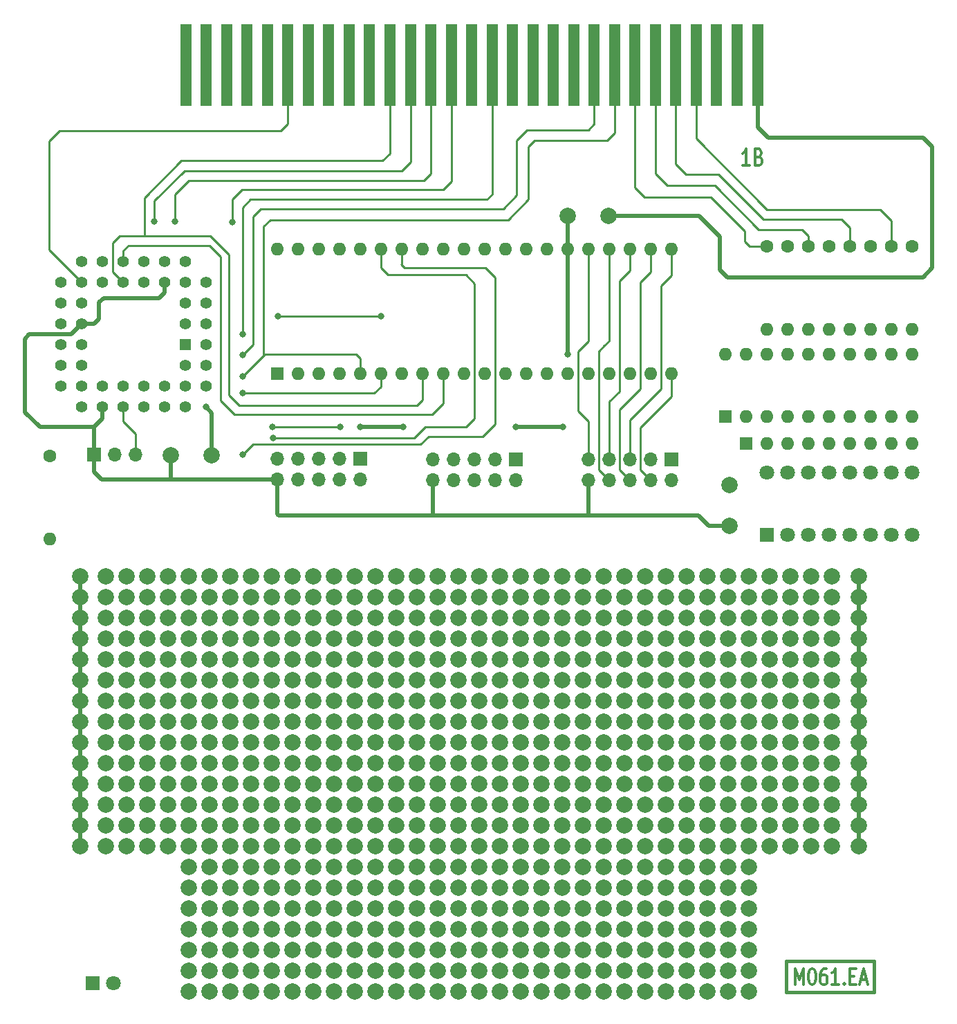
<source format=gtl>
%TF.GenerationSoftware,KiCad,Pcbnew,(6.0.8)*%
%TF.CreationDate,2022-11-12T14:36:56+01:00*%
%TF.ProjectId,m061,6d303631-2e6b-4696-9361-645f70636258,1.0*%
%TF.SameCoordinates,Original*%
%TF.FileFunction,Copper,L1,Top*%
%TF.FilePolarity,Positive*%
%FSLAX46Y46*%
G04 Gerber Fmt 4.6, Leading zero omitted, Abs format (unit mm)*
G04 Created by KiCad (PCBNEW (6.0.8)) date 2022-11-12 14:36:56*
%MOMM*%
%LPD*%
G01*
G04 APERTURE LIST*
G04 Aperture macros list*
%AMOutline4P*
0 Free polygon, 4 corners , with rotation*
0 The origin of the aperture is its center*
0 number of corners: always 4*
0 $1 to $8 corner X, Y*
0 $9 Rotation angle, in degrees counterclockwise*
0 create outline with 4 corners*
4,1,4,$1,$2,$3,$4,$5,$6,$7,$8,$1,$2,$9*%
G04 Aperture macros list end*
%TA.AperFunction,NonConductor*%
%ADD10C,0.381000*%
%TD*%
%ADD11C,0.304800*%
%TA.AperFunction,NonConductor*%
%ADD12C,0.304800*%
%TD*%
%TA.AperFunction,ComponentPad*%
%ADD13C,2.000000*%
%TD*%
%TA.AperFunction,ComponentPad*%
%ADD14C,1.600000*%
%TD*%
%TA.AperFunction,ComponentPad*%
%ADD15O,1.600000X1.600000*%
%TD*%
%TA.AperFunction,ComponentPad*%
%ADD16R,1.800000X1.800000*%
%TD*%
%TA.AperFunction,ComponentPad*%
%ADD17C,1.800000*%
%TD*%
%TA.AperFunction,ComponentPad*%
%ADD18R,1.700000X1.700000*%
%TD*%
%TA.AperFunction,ComponentPad*%
%ADD19O,1.700000X1.700000*%
%TD*%
%TA.AperFunction,ComponentPad*%
%ADD20R,1.600000X1.600000*%
%TD*%
%TA.AperFunction,ConnectorPad*%
%ADD21Outline4P,-0.699770X-4.999990X0.699770X-4.999990X0.699770X4.999990X-0.699770X4.999990X180.000000*%
%TD*%
%TA.AperFunction,ComponentPad*%
%ADD22R,1.422400X1.422400*%
%TD*%
%TA.AperFunction,ComponentPad*%
%ADD23C,1.422400*%
%TD*%
%TA.AperFunction,ViaPad*%
%ADD24C,0.800000*%
%TD*%
%TA.AperFunction,Conductor*%
%ADD25C,0.500000*%
%TD*%
%TA.AperFunction,Conductor*%
%ADD26C,0.250000*%
%TD*%
G04 APERTURE END LIST*
D10*
X122631200Y-152450800D02*
X111836200Y-152450800D01*
X111963200Y-148640800D02*
X122631200Y-148640800D01*
X111836200Y-152450800D02*
X111836200Y-148640800D01*
X122631200Y-148640800D02*
X122631200Y-152450800D01*
D11*
D12*
X112975771Y-151577561D02*
X112975771Y-149577561D01*
X113475771Y-151006133D01*
X113975771Y-149577561D01*
X113975771Y-151577561D01*
X114975771Y-149577561D02*
X115118628Y-149577561D01*
X115261485Y-149672800D01*
X115332914Y-149768038D01*
X115404342Y-149958514D01*
X115475771Y-150339466D01*
X115475771Y-150815657D01*
X115404342Y-151196609D01*
X115332914Y-151387085D01*
X115261485Y-151482323D01*
X115118628Y-151577561D01*
X114975771Y-151577561D01*
X114832914Y-151482323D01*
X114761485Y-151387085D01*
X114690057Y-151196609D01*
X114618628Y-150815657D01*
X114618628Y-150339466D01*
X114690057Y-149958514D01*
X114761485Y-149768038D01*
X114832914Y-149672800D01*
X114975771Y-149577561D01*
X116761485Y-149577561D02*
X116475771Y-149577561D01*
X116332914Y-149672800D01*
X116261485Y-149768038D01*
X116118628Y-150053752D01*
X116047200Y-150434704D01*
X116047200Y-151196609D01*
X116118628Y-151387085D01*
X116190057Y-151482323D01*
X116332914Y-151577561D01*
X116618628Y-151577561D01*
X116761485Y-151482323D01*
X116832914Y-151387085D01*
X116904342Y-151196609D01*
X116904342Y-150720419D01*
X116832914Y-150529942D01*
X116761485Y-150434704D01*
X116618628Y-150339466D01*
X116332914Y-150339466D01*
X116190057Y-150434704D01*
X116118628Y-150529942D01*
X116047200Y-150720419D01*
X118332914Y-151577561D02*
X117475771Y-151577561D01*
X117904342Y-151577561D02*
X117904342Y-149577561D01*
X117761485Y-149863276D01*
X117618628Y-150053752D01*
X117475771Y-150148990D01*
X118975771Y-151387085D02*
X119047200Y-151482323D01*
X118975771Y-151577561D01*
X118904342Y-151482323D01*
X118975771Y-151387085D01*
X118975771Y-151577561D01*
X119690057Y-150529942D02*
X120190057Y-150529942D01*
X120404342Y-151577561D02*
X119690057Y-151577561D01*
X119690057Y-149577561D01*
X120404342Y-149577561D01*
X120975771Y-151006133D02*
X121690057Y-151006133D01*
X120832914Y-151577561D02*
X121332914Y-149577561D01*
X121832914Y-151577561D01*
D11*
D12*
X107369428Y-51338238D02*
X106498571Y-51338238D01*
X106934000Y-51338238D02*
X106934000Y-49306238D01*
X106788857Y-49596523D01*
X106643714Y-49790047D01*
X106498571Y-49886809D01*
X108530571Y-50273857D02*
X108748285Y-50370619D01*
X108820857Y-50467380D01*
X108893428Y-50660904D01*
X108893428Y-50951190D01*
X108820857Y-51144714D01*
X108748285Y-51241476D01*
X108603142Y-51338238D01*
X108022571Y-51338238D01*
X108022571Y-49306238D01*
X108530571Y-49306238D01*
X108675714Y-49403000D01*
X108748285Y-49499761D01*
X108820857Y-49693285D01*
X108820857Y-49886809D01*
X108748285Y-50080333D01*
X108675714Y-50177095D01*
X108530571Y-50273857D01*
X108022571Y-50273857D01*
D13*
%TO.P,,*%
%TO.N,*%
X74295000Y-104140000D03*
%TD*%
%TO.P,,*%
%TO.N,*%
X99687939Y-121888344D03*
%TD*%
%TO.P,,*%
%TO.N,*%
X69215000Y-147320000D03*
%TD*%
%TO.P,,*%
%TO.N,*%
X102235000Y-111760000D03*
%TD*%
%TO.P,,*%
%TO.N,*%
X41275000Y-147320000D03*
%TD*%
%TO.P,,*%
%TO.N,*%
X102235000Y-139700000D03*
%TD*%
%TO.P,,*%
%TO.N,*%
X99687939Y-109220000D03*
%TD*%
%TO.P,,*%
%TO.N,*%
X81880422Y-144780000D03*
%TD*%
%TO.P,,*%
%TO.N,*%
X97129189Y-134604172D03*
%TD*%
%TO.P,,*%
%TO.N,*%
X28575000Y-132080000D03*
%TD*%
%TO.P,,*%
%TO.N,*%
X114927939Y-126984172D03*
%TD*%
%TO.P,,*%
%TO.N,*%
X59055000Y-127000000D03*
%TD*%
%TO.P,,*%
%TO.N,*%
X94615000Y-142240000D03*
%TD*%
%TO.P,,*%
%TO.N,*%
X94615000Y-111760000D03*
%TD*%
%TO.P,,*%
%TO.N,*%
X86995000Y-104140000D03*
%TD*%
%TO.P,,*%
%TO.N,*%
X69215000Y-132080000D03*
%TD*%
%TO.P,,*%
%TO.N,*%
X79363068Y-126991396D03*
%TD*%
%TO.P,,*%
%TO.N,*%
X48895000Y-142240000D03*
%TD*%
%TO.P,,*%
%TO.N,*%
X84455000Y-152400000D03*
%TD*%
%TO.P,,*%
%TO.N,*%
X99687939Y-149828344D03*
%TD*%
%TO.P,,*%
%TO.N,*%
X31115000Y-127000000D03*
%TD*%
%TO.P,,*%
%TO.N,*%
X102235000Y-132080000D03*
%TD*%
%TO.P,,*%
%TO.N,*%
X36195000Y-116840000D03*
%TD*%
%TO.P,,*%
%TO.N,+5V*%
X25400000Y-111760000D03*
%TD*%
%TO.P,,*%
%TO.N,*%
X61595000Y-114300000D03*
%TD*%
%TO.P,,*%
%TO.N,*%
X84455000Y-129540000D03*
%TD*%
%TO.P,,*%
%TO.N,*%
X59055000Y-116840000D03*
%TD*%
%TO.P,,*%
%TO.N,+5V*%
X25400000Y-109220000D03*
%TD*%
%TO.P,,*%
%TO.N,*%
X74295000Y-142240000D03*
%TD*%
%TO.P,,*%
%TO.N,*%
X89535000Y-116840000D03*
%TD*%
%TO.P,,*%
%TO.N,*%
X79375000Y-124460000D03*
%TD*%
%TO.P,,*%
%TO.N,*%
X107315000Y-124460000D03*
%TD*%
%TO.P,,*%
%TO.N,*%
X92075000Y-109220000D03*
%TD*%
%TO.P,,*%
%TO.N,*%
X99687939Y-139700000D03*
%TD*%
%TO.P,,*%
%TO.N,*%
X86995000Y-101600000D03*
%TD*%
%TO.P,,*%
%TO.N,*%
X46355000Y-129540000D03*
%TD*%
%TO.P,,*%
%TO.N,*%
X69215000Y-142240000D03*
%TD*%
%TO.P,,*%
%TO.N,*%
X79363068Y-152387094D03*
%TD*%
%TO.P,,*%
%TO.N,*%
X74295000Y-121920000D03*
%TD*%
D14*
%TO.P,R1,1*%
%TO.N,/D0*%
X109474000Y-61214000D03*
D15*
%TO.P,R1,2*%
%TO.N,/D0A*%
X109474000Y-71374000D03*
%TD*%
D13*
%TO.P,,*%
%TO.N,*%
X81880422Y-114300000D03*
%TD*%
%TO.P,,*%
%TO.N,*%
X74295000Y-152400000D03*
%TD*%
%TO.P,,*%
%TO.N,*%
X56515000Y-124460000D03*
%TD*%
%TO.P,,*%
%TO.N,*%
X51435000Y-121920000D03*
%TD*%
%TO.P,,*%
%TO.N,*%
X89535000Y-114300000D03*
%TD*%
%TO.P,,*%
%TO.N,*%
X94615000Y-104140000D03*
%TD*%
%TO.P,,*%
%TO.N,*%
X56515000Y-129540000D03*
%TD*%
%TO.P,,*%
%TO.N,*%
X76835000Y-124460000D03*
%TD*%
%TO.P,,*%
%TO.N,*%
X102235000Y-101600000D03*
%TD*%
%TO.P,,*%
%TO.N,*%
X107315000Y-121920000D03*
%TD*%
%TO.P,,*%
%TO.N,*%
X92075000Y-147320000D03*
%TD*%
%TO.P,,*%
%TO.N,*%
X112369189Y-116839999D03*
%TD*%
%TO.P,,*%
%TO.N,*%
X56515000Y-119380000D03*
%TD*%
%TO.P,,*%
%TO.N,*%
X79363068Y-144767094D03*
%TD*%
%TO.P,,*%
%TO.N,*%
X79363068Y-129527094D03*
%TD*%
%TO.P,,*%
%TO.N,*%
X51435000Y-111760000D03*
%TD*%
%TO.P,,*%
%TO.N,*%
X56515000Y-137160000D03*
%TD*%
%TO.P,,*%
%TO.N,*%
X28575000Y-114300000D03*
%TD*%
%TO.P,,*%
%TO.N,*%
X76835000Y-119380000D03*
%TD*%
%TO.P,,*%
%TO.N,*%
X97129189Y-126984172D03*
%TD*%
%TO.P,,*%
%TO.N,*%
X74295000Y-149860000D03*
%TD*%
%TO.P,,*%
%TO.N,*%
X109855000Y-132080000D03*
%TD*%
%TO.P,,*%
%TO.N,*%
X36195000Y-104140000D03*
%TD*%
%TO.P,,*%
%TO.N,*%
X41275000Y-119380000D03*
%TD*%
%TO.P,,*%
%TO.N,*%
X56515000Y-109220000D03*
%TD*%
%TO.P,,*%
%TO.N,*%
X92075000Y-142240000D03*
%TD*%
%TO.P,,*%
%TO.N,*%
X109855000Y-119380000D03*
%TD*%
%TO.P,,*%
%TO.N,*%
X112369189Y-134604172D03*
%TD*%
%TO.P,,*%
%TO.N,*%
X66675000Y-101600000D03*
%TD*%
%TO.P,,*%
%TO.N,*%
X31115000Y-101600000D03*
%TD*%
%TO.P,,*%
%TO.N,*%
X86995000Y-147320000D03*
%TD*%
%TO.P,,*%
%TO.N,*%
X99687939Y-119364172D03*
%TD*%
%TO.P,,*%
%TO.N,*%
X38735000Y-139700000D03*
%TD*%
%TO.P,,*%
%TO.N,*%
X74295000Y-109220000D03*
%TD*%
%TO.P,,*%
%TO.N,*%
X53975000Y-111760000D03*
%TD*%
%TO.P,,*%
%TO.N,*%
X43815000Y-137160000D03*
%TD*%
%TO.P,,*%
%TO.N,*%
X76835000Y-127000000D03*
%TD*%
%TO.P,,*%
%TO.N,*%
X53975000Y-152400000D03*
%TD*%
%TO.P,,*%
%TO.N,*%
X84455000Y-149860000D03*
%TD*%
%TO.P,,*%
%TO.N,*%
X71755000Y-116840000D03*
%TD*%
%TO.P,,*%
%TO.N,*%
X71755000Y-124460000D03*
%TD*%
%TO.P,,*%
%TO.N,*%
X46355000Y-116840000D03*
%TD*%
%TO.P,,*%
%TO.N,*%
X112369189Y-109219999D03*
%TD*%
%TO.P,,*%
%TO.N,*%
X92075000Y-114300000D03*
%TD*%
%TO.P,,*%
%TO.N,*%
X69215000Y-149860000D03*
%TD*%
%TO.P,,*%
%TO.N,*%
X92075000Y-152400000D03*
%TD*%
%TO.P,,*%
%TO.N,*%
X102235000Y-134620000D03*
%TD*%
%TO.P,,*%
%TO.N,*%
X107315000Y-116840000D03*
%TD*%
%TO.P,,*%
%TO.N,*%
X48895000Y-132080000D03*
%TD*%
%TO.P,,*%
%TO.N,*%
X76835000Y-101600000D03*
%TD*%
%TO.P,,*%
%TO.N,*%
X114927939Y-124460000D03*
%TD*%
%TO.P,,*%
%TO.N,*%
X104775000Y-139700000D03*
%TD*%
%TO.P,,*%
%TO.N,*%
X36195000Y-121920000D03*
%TD*%
%TO.P,,*%
%TO.N,*%
X33655000Y-116840000D03*
%TD*%
%TO.P,,*%
%TO.N,*%
X69215000Y-144780000D03*
%TD*%
%TO.P,,*%
%TO.N,*%
X46355000Y-121920000D03*
%TD*%
%TO.P,,*%
%TO.N,*%
X76835000Y-139700000D03*
%TD*%
%TO.P,,*%
%TO.N,*%
X89535000Y-149860000D03*
%TD*%
%TO.P,,*%
%TO.N,*%
X53975000Y-121920000D03*
%TD*%
%TO.P,,*%
%TO.N,*%
X89535000Y-106680000D03*
%TD*%
%TO.P,,*%
%TO.N,*%
X86995000Y-137160000D03*
%TD*%
%TO.P,,*%
%TO.N,*%
X41275000Y-139700000D03*
%TD*%
%TO.P,,*%
%TO.N,*%
X64135000Y-132080000D03*
%TD*%
%TO.P,,*%
%TO.N,*%
X107315000Y-149860000D03*
%TD*%
%TO.P,,*%
%TO.N,*%
X31115000Y-106680000D03*
%TD*%
%TO.P,,*%
%TO.N,*%
X117475000Y-114274600D03*
%TD*%
%TO.P,,*%
%TO.N,*%
X66675000Y-124460000D03*
%TD*%
%TO.P,,*%
%TO.N,*%
X31115000Y-132080000D03*
%TD*%
%TO.P,,*%
%TO.N,*%
X71755000Y-137160000D03*
%TD*%
%TO.P,,*%
%TO.N,*%
X81880422Y-129540000D03*
%TD*%
%TO.P,,*%
%TO.N,*%
X76835000Y-147320000D03*
%TD*%
%TO.P,,*%
%TO.N,*%
X71755000Y-139700000D03*
%TD*%
%TO.P,,*%
%TO.N,*%
X99687939Y-106648344D03*
%TD*%
%TO.P,,*%
%TO.N,+5V*%
X25400000Y-101600000D03*
%TD*%
%TO.P,,*%
%TO.N,*%
X114927939Y-121888344D03*
%TD*%
%TO.P,,*%
%TO.N,*%
X66675000Y-119380000D03*
%TD*%
%TO.P,,*%
%TO.N,*%
X66675000Y-129540000D03*
%TD*%
%TO.P,,*%
%TO.N,*%
X107315000Y-144780000D03*
%TD*%
%TO.P,,*%
%TO.N,*%
X33655000Y-124460000D03*
%TD*%
%TO.P,,*%
%TO.N,*%
X33655000Y-104140000D03*
%TD*%
%TO.P,,*%
%TO.N,*%
X74295000Y-139700000D03*
%TD*%
%TO.P,,*%
%TO.N,*%
X41275000Y-104140000D03*
%TD*%
%TO.P,,*%
%TO.N,*%
X48895000Y-134620000D03*
%TD*%
%TO.P,,*%
%TO.N,*%
X38735000Y-142240000D03*
%TD*%
%TO.P,,*%
%TO.N,*%
X53975000Y-147320000D03*
%TD*%
%TO.P,,*%
%TO.N,*%
X28575000Y-111760000D03*
%TD*%
%TO.P,,*%
%TO.N,*%
X59055000Y-149860000D03*
%TD*%
%TO.P,,*%
%TO.N,*%
X86995000Y-149860000D03*
%TD*%
%TO.P,,*%
%TO.N,*%
X43815000Y-116840000D03*
%TD*%
%TO.P,,*%
%TO.N,*%
X56515000Y-132080000D03*
%TD*%
D14*
%TO.P,R7,1*%
%TO.N,/D6*%
X124714000Y-61214000D03*
D15*
%TO.P,R7,2*%
%TO.N,/D6A*%
X124714000Y-71374000D03*
%TD*%
D13*
%TO.P,,*%
%TO.N,*%
X36195000Y-129540000D03*
%TD*%
%TO.P,,*%
%TO.N,*%
X99687939Y-104124172D03*
%TD*%
%TO.P,,*%
%TO.N,*%
X48895000Y-116840000D03*
%TD*%
%TO.P,,*%
%TO.N,*%
X117475000Y-104114600D03*
%TD*%
%TO.P,,*%
%TO.N,*%
X76835000Y-109220000D03*
%TD*%
%TO.P,,*%
%TO.N,*%
X81880422Y-149860000D03*
%TD*%
%TO.P,,*%
%TO.N,*%
X38735000Y-137160000D03*
%TD*%
%TO.P,,*%
%TO.N,*%
X43815000Y-134620000D03*
%TD*%
%TO.P,,*%
%TO.N,*%
X38735000Y-114300000D03*
%TD*%
D16*
%TO.P,D1,1,K*%
%TO.N,Net-(D1-Pad1)*%
X26919000Y-151384000D03*
D17*
%TO.P,D1,2,A*%
%TO.N,+5V*%
X29459000Y-151384000D03*
%TD*%
D13*
%TO.P,,*%
%TO.N,*%
X38735000Y-111760000D03*
%TD*%
%TO.P,,*%
%TO.N,*%
X99687939Y-134604172D03*
%TD*%
%TO.P,,*%
%TO.N,*%
X66675000Y-114300000D03*
%TD*%
%TO.P,,*%
%TO.N,*%
X56515000Y-127000000D03*
%TD*%
%TO.P,,*%
%TO.N,*%
X79363068Y-134611396D03*
%TD*%
D14*
%TO.P,R5,1*%
%TO.N,/D4*%
X119634000Y-61214000D03*
D15*
%TO.P,R5,2*%
%TO.N,/D4A*%
X119634000Y-71374000D03*
%TD*%
D13*
%TO.P,,*%
%TO.N,*%
X31115000Y-114300000D03*
%TD*%
%TO.P,,*%
%TO.N,*%
X31115000Y-124460000D03*
%TD*%
%TO.P,,*%
%TO.N,*%
X102235000Y-109220000D03*
%TD*%
%TO.P,,*%
%TO.N,*%
X41275000Y-134620000D03*
%TD*%
%TO.P,,*%
%TO.N,*%
X117475000Y-116814600D03*
%TD*%
%TO.P,,*%
%TO.N,*%
X46355000Y-152400000D03*
%TD*%
%TO.P,,*%
%TO.N,*%
X102235000Y-129540000D03*
%TD*%
%TO.P,,*%
%TO.N,*%
X104775000Y-104140000D03*
%TD*%
%TO.P,,*%
%TO.N,*%
X33655000Y-114300000D03*
%TD*%
%TO.P,,*%
%TO.N,*%
X36195000Y-134620000D03*
%TD*%
%TO.P,,*%
%TO.N,*%
X36195000Y-132080000D03*
%TD*%
%TO.P,,*%
%TO.N,+5V*%
X25400000Y-127000000D03*
%TD*%
%TO.P,,*%
%TO.N,*%
X46355000Y-106680000D03*
%TD*%
%TO.P,,*%
%TO.N,*%
X109855000Y-134620000D03*
%TD*%
%TO.P,,*%
%TO.N,*%
X84455000Y-124460000D03*
%TD*%
%TO.P,,*%
%TO.N,*%
X53975000Y-149860000D03*
%TD*%
%TO.P,,*%
%TO.N,*%
X41275000Y-129540000D03*
%TD*%
%TO.P,,*%
%TO.N,*%
X89535000Y-147320000D03*
%TD*%
%TO.P,,*%
%TO.N,*%
X56515000Y-139700000D03*
%TD*%
%TO.P,,*%
%TO.N,*%
X102235000Y-121920000D03*
%TD*%
%TO.P,,*%
%TO.N,*%
X51435000Y-147320000D03*
%TD*%
%TO.P,,*%
%TO.N,*%
X64135000Y-106680000D03*
%TD*%
%TO.P,,*%
%TO.N,*%
X59055000Y-152400000D03*
%TD*%
%TO.P,,*%
%TO.N,*%
X81880422Y-142240000D03*
%TD*%
%TO.P,,*%
%TO.N,*%
X92075000Y-106680000D03*
%TD*%
%TO.P,,*%
%TO.N,*%
X51435000Y-144780000D03*
%TD*%
%TO.P,,*%
%TO.N,*%
X107315000Y-147320000D03*
%TD*%
%TO.P,,*%
%TO.N,*%
X114927939Y-114268344D03*
%TD*%
%TO.P,,*%
%TO.N,*%
X107315000Y-114300000D03*
%TD*%
%TO.P,,*%
%TO.N,*%
X48895000Y-104140000D03*
%TD*%
%TO.P,,*%
%TO.N,*%
X71755000Y-114300000D03*
%TD*%
%TO.P,,*%
%TO.N,*%
X107315000Y-104140000D03*
%TD*%
D14*
%TO.P,R3,1*%
%TO.N,/D2*%
X114554000Y-61214000D03*
D15*
%TO.P,R3,2*%
%TO.N,/D2A*%
X114554000Y-71374000D03*
%TD*%
D13*
%TO.P,,*%
%TO.N,*%
X64135000Y-127000000D03*
%TD*%
%TO.P,,*%
%TO.N,*%
X97129189Y-139699999D03*
%TD*%
%TO.P,,*%
%TO.N,*%
X61595000Y-144780000D03*
%TD*%
D14*
%TO.P,R0,1*%
%TO.N,/LED*%
X21717000Y-86868000D03*
D15*
%TO.P,R0,2*%
%TO.N,Net-(D1-Pad1)*%
X21717000Y-97028000D03*
%TD*%
D13*
%TO.P,,*%
%TO.N,*%
X51435000Y-101600000D03*
%TD*%
%TO.P,,*%
%TO.N,*%
X97155000Y-129540000D03*
%TD*%
%TO.P,,*%
%TO.N,*%
X51435000Y-139700000D03*
%TD*%
%TO.P,,*%
%TO.N,*%
X64135000Y-147320000D03*
%TD*%
%TO.P,,*%
%TO.N,*%
X64135000Y-119380000D03*
%TD*%
%TO.P,,*%
%TO.N,*%
X46355000Y-134620000D03*
%TD*%
%TO.P,,*%
%TO.N,*%
X89535000Y-132080000D03*
%TD*%
%TO.P,,*%
%TO.N,*%
X31115000Y-129540000D03*
%TD*%
%TO.P,,*%
%TO.N,GND*%
X120777000Y-114274600D03*
%TD*%
%TO.P,,*%
%TO.N,*%
X46355000Y-119380000D03*
%TD*%
%TO.P,,*%
%TO.N,*%
X71755000Y-111760000D03*
%TD*%
%TO.P,,*%
%TO.N,*%
X76835000Y-104140000D03*
%TD*%
%TO.P,,*%
%TO.N,*%
X51435000Y-129540000D03*
%TD*%
%TO.P,,*%
%TO.N,*%
X99687939Y-129508344D03*
%TD*%
%TO.P,,*%
%TO.N,+5V*%
X25400000Y-119380000D03*
%TD*%
%TO.P,,*%
%TO.N,*%
X97155000Y-147320000D03*
%TD*%
%TO.P,,*%
%TO.N,*%
X61595000Y-104140000D03*
%TD*%
%TO.P,,*%
%TO.N,*%
X43815000Y-147320000D03*
%TD*%
%TO.P,,*%
%TO.N,*%
X104775000Y-111760000D03*
%TD*%
%TO.P,,*%
%TO.N,*%
X104775000Y-101600000D03*
%TD*%
%TO.P,,*%
%TO.N,*%
X28575000Y-116840000D03*
%TD*%
%TO.P,,*%
%TO.N,*%
X94615000Y-121920000D03*
%TD*%
%TO.P,,*%
%TO.N,*%
X89535000Y-111760000D03*
%TD*%
D16*
%TO.P,SW1,1*%
%TO.N,GND*%
X109474000Y-96520000D03*
D17*
%TO.P,SW1,2*%
X112014000Y-96520000D03*
%TO.P,SW1,3*%
X114554000Y-96520000D03*
%TO.P,SW1,4*%
X117094000Y-96520000D03*
%TO.P,SW1,5*%
X119634000Y-96520000D03*
%TO.P,SW1,6*%
X122174000Y-96520000D03*
%TO.P,SW1,7*%
X124714000Y-96520000D03*
%TO.P,SW1,8*%
X127254000Y-96520000D03*
%TO.P,SW1,9*%
%TO.N,/D7B*%
X127254000Y-88900000D03*
%TO.P,SW1,10*%
%TO.N,/D6B*%
X124714000Y-88900000D03*
%TO.P,SW1,11*%
%TO.N,/D5B*%
X122174000Y-88900000D03*
%TO.P,SW1,12*%
%TO.N,/D4B*%
X119634000Y-88900000D03*
%TO.P,SW1,13*%
%TO.N,/D3B*%
X117094000Y-88900000D03*
%TO.P,SW1,14*%
%TO.N,/D2B*%
X114554000Y-88900000D03*
%TO.P,SW1,15*%
%TO.N,/D1B*%
X112014000Y-88900000D03*
%TO.P,SW1,16*%
%TO.N,/D0B*%
X109474000Y-88900000D03*
%TD*%
D13*
%TO.P,,*%
%TO.N,*%
X31115000Y-134620000D03*
%TD*%
%TO.P,,*%
%TO.N,*%
X43815000Y-101600000D03*
%TD*%
%TO.P,,*%
%TO.N,*%
X64135000Y-149860000D03*
%TD*%
%TO.P,,*%
%TO.N,*%
X99687939Y-142224172D03*
%TD*%
%TO.P,,*%
%TO.N,*%
X94615000Y-116840000D03*
%TD*%
%TO.P,,*%
%TO.N,*%
X43815000Y-104140000D03*
%TD*%
%TO.P,,*%
%TO.N,*%
X117475000Y-126974600D03*
%TD*%
%TO.P,,*%
%TO.N,*%
X64135000Y-129540000D03*
%TD*%
%TO.P,,*%
%TO.N,*%
X102235000Y-127000000D03*
%TD*%
%TO.P,,*%
%TO.N,*%
X94615000Y-119380000D03*
%TD*%
%TO.P,,*%
%TO.N,GND*%
X120777000Y-134594600D03*
%TD*%
%TO.P,,*%
%TO.N,*%
X86995000Y-152400000D03*
%TD*%
%TO.P,,*%
%TO.N,*%
X97129189Y-111744172D03*
%TD*%
%TO.P,,*%
%TO.N,*%
X53975000Y-137160000D03*
%TD*%
%TO.P,,*%
%TO.N,*%
X97129189Y-119364172D03*
%TD*%
%TO.P,,*%
%TO.N,*%
X117475000Y-119354600D03*
%TD*%
D14*
%TO.P,R2,1*%
%TO.N,/D1*%
X112014000Y-61214000D03*
D15*
%TO.P,R2,2*%
%TO.N,/D1A*%
X112014000Y-71374000D03*
%TD*%
D13*
%TO.P,,*%
%TO.N,*%
X74295000Y-147320000D03*
%TD*%
%TO.P,,*%
%TO.N,*%
X86995000Y-144780000D03*
%TD*%
%TO.P,,*%
%TO.N,*%
X41275000Y-116840000D03*
%TD*%
%TO.P,,*%
%TO.N,*%
X112369189Y-124459999D03*
%TD*%
%TO.P,,*%
%TO.N,*%
X38735000Y-134620000D03*
%TD*%
%TO.P,,*%
%TO.N,*%
X109855000Y-127000000D03*
%TD*%
%TO.P,,*%
%TO.N,*%
X69215000Y-114300000D03*
%TD*%
D18*
%TO.P,X3,1,Pin_1*%
%TO.N,+5V*%
X78790800Y-87269400D03*
D19*
%TO.P,X3,2,Pin_2*%
%TO.N,/PC0*%
X78790800Y-89809400D03*
%TO.P,X3,3,Pin_3*%
%TO.N,/PC1*%
X76250800Y-87269400D03*
%TO.P,X3,4,Pin_4*%
%TO.N,/PC2*%
X76250800Y-89809400D03*
%TO.P,X3,5,Pin_5*%
%TO.N,/PC3*%
X73710800Y-87269400D03*
%TO.P,X3,6,Pin_6*%
%TO.N,/PC4*%
X73710800Y-89809400D03*
%TO.P,X3,7,Pin_7*%
%TO.N,/PC5*%
X71170800Y-87269400D03*
%TO.P,X3,8,Pin_8*%
%TO.N,/PC6*%
X71170800Y-89809400D03*
%TO.P,X3,9,Pin_9*%
%TO.N,/PC7*%
X68630800Y-87269400D03*
%TO.P,X3,10,Pin_10*%
%TO.N,GND*%
X68630800Y-89809400D03*
%TD*%
D13*
%TO.P,,*%
%TO.N,*%
X97129189Y-109219999D03*
%TD*%
%TO.P,,*%
%TO.N,*%
X59055000Y-119380000D03*
%TD*%
%TO.P,,*%
%TO.N,*%
X89535000Y-121920000D03*
%TD*%
%TO.P,,*%
%TO.N,*%
X109855000Y-109220000D03*
%TD*%
%TO.P,,*%
%TO.N,*%
X94615000Y-127000000D03*
%TD*%
%TO.P,,*%
%TO.N,*%
X86995000Y-121920000D03*
%TD*%
%TO.P,,*%
%TO.N,*%
X109855000Y-111760000D03*
%TD*%
%TO.P,,*%
%TO.N,*%
X41275000Y-114300000D03*
%TD*%
%TO.P,,*%
%TO.N,*%
X28575000Y-106680000D03*
%TD*%
%TO.P,,*%
%TO.N,*%
X84455000Y-116840000D03*
%TD*%
%TO.P,,*%
%TO.N,*%
X117475000Y-129514600D03*
%TD*%
D18*
%TO.P,X2,1,Pin_1*%
%TO.N,+5V*%
X97815400Y-87269400D03*
D19*
%TO.P,X2,2,Pin_2*%
%TO.N,/PB0*%
X97815400Y-89809400D03*
%TO.P,X2,3,Pin_3*%
%TO.N,/PB1*%
X95275400Y-87269400D03*
%TO.P,X2,4,Pin_4*%
%TO.N,/PB2*%
X95275400Y-89809400D03*
%TO.P,X2,5,Pin_5*%
%TO.N,/PB3*%
X92735400Y-87269400D03*
%TO.P,X2,6,Pin_6*%
%TO.N,/PB4*%
X92735400Y-89809400D03*
%TO.P,X2,7,Pin_7*%
%TO.N,/PB5*%
X90195400Y-87269400D03*
%TO.P,X2,8,Pin_8*%
%TO.N,/PB6*%
X90195400Y-89809400D03*
%TO.P,X2,9,Pin_9*%
%TO.N,/PB7*%
X87655400Y-87269400D03*
%TO.P,X2,10,Pin_10*%
%TO.N,GND*%
X87655400Y-89809400D03*
%TD*%
D13*
%TO.P,,*%
%TO.N,*%
X48895000Y-144780000D03*
%TD*%
%TO.P,,*%
%TO.N,*%
X79363068Y-111751396D03*
%TD*%
%TO.P,,*%
%TO.N,*%
X71755000Y-101600000D03*
%TD*%
%TO.P,,*%
%TO.N,*%
X104775000Y-134620000D03*
%TD*%
D20*
%TO.P,U2,1,A->B*%
%TO.N,+5V*%
X104394000Y-82032000D03*
D15*
%TO.P,U2,2,A0*%
%TO.N,/D0B*%
X106934000Y-82032000D03*
%TO.P,U2,3,A1*%
%TO.N,/D1B*%
X109474000Y-82032000D03*
%TO.P,U2,4,A2*%
%TO.N,/D2B*%
X112014000Y-82032000D03*
%TO.P,U2,5,A3*%
%TO.N,/D3B*%
X114554000Y-82032000D03*
%TO.P,U2,6,A4*%
%TO.N,/D4B*%
X117094000Y-82032000D03*
%TO.P,U2,7,A5*%
%TO.N,/D5B*%
X119634000Y-82032000D03*
%TO.P,U2,8,A6*%
%TO.N,/D6B*%
X122174000Y-82032000D03*
%TO.P,U2,9,A7*%
%TO.N,/D7B*%
X124714000Y-82032000D03*
%TO.P,U2,10,GND*%
%TO.N,GND*%
X127254000Y-82032000D03*
%TO.P,U2,11,B7*%
%TO.N,/D7A*%
X127254000Y-74412000D03*
%TO.P,U2,12,B6*%
%TO.N,/D6A*%
X124714000Y-74412000D03*
%TO.P,U2,13,B5*%
%TO.N,/D5A*%
X122174000Y-74412000D03*
%TO.P,U2,14,B4*%
%TO.N,/D4A*%
X119634000Y-74412000D03*
%TO.P,U2,15,B3*%
%TO.N,/D3A*%
X117094000Y-74412000D03*
%TO.P,U2,16,B2*%
%TO.N,/D2A*%
X114554000Y-74412000D03*
%TO.P,U2,17,B1*%
%TO.N,/D1A*%
X112014000Y-74412000D03*
%TO.P,U2,18,B0*%
%TO.N,/D0A*%
X109474000Y-74412000D03*
%TO.P,U2,19,CE*%
%TO.N,/{slash}OE*%
X106934000Y-74412000D03*
%TO.P,U2,20,VCC*%
%TO.N,+5V*%
X104394000Y-74412000D03*
%TD*%
D13*
%TO.P,,*%
%TO.N,*%
X43815000Y-144780000D03*
%TD*%
%TO.P,,*%
%TO.N,*%
X59055000Y-104140000D03*
%TD*%
%TO.P,,*%
%TO.N,*%
X109855000Y-104140000D03*
%TD*%
%TO.P,,*%
%TO.N,*%
X117475000Y-109194600D03*
%TD*%
%TO.P,,*%
%TO.N,*%
X61595000Y-137160000D03*
%TD*%
%TO.P,,*%
%TO.N,*%
X86995000Y-124460000D03*
%TD*%
%TO.P,C1,1*%
%TO.N,+5V*%
X104902000Y-90424000D03*
%TO.P,C1,2*%
%TO.N,GND*%
X104902000Y-95424000D03*
%TD*%
%TO.P,,*%
%TO.N,*%
X92075000Y-119380000D03*
%TD*%
%TO.P,,*%
%TO.N,*%
X43815000Y-106680000D03*
%TD*%
%TO.P,,*%
%TO.N,*%
X59055000Y-137160000D03*
%TD*%
%TO.P,,*%
%TO.N,*%
X109855000Y-116840000D03*
%TD*%
%TO.P,,*%
%TO.N,*%
X99687939Y-126984172D03*
%TD*%
%TO.P,,*%
%TO.N,*%
X53975000Y-101600000D03*
%TD*%
%TO.P,,*%
%TO.N,*%
X104775000Y-106680000D03*
%TD*%
%TO.P,,*%
%TO.N,*%
X76835000Y-116840000D03*
%TD*%
%TO.P,,*%
%TO.N,*%
X36195000Y-101600000D03*
%TD*%
%TO.P,,*%
%TO.N,*%
X38735000Y-147320000D03*
%TD*%
%TO.P,,*%
%TO.N,*%
X84455000Y-147320000D03*
%TD*%
%TO.P,,*%
%TO.N,*%
X43815000Y-139700000D03*
%TD*%
%TO.P,,*%
%TO.N,*%
X41275000Y-124460000D03*
%TD*%
%TO.P,,*%
%TO.N,*%
X43815000Y-121920000D03*
%TD*%
%TO.P,,*%
%TO.N,*%
X38735000Y-127000000D03*
%TD*%
%TO.P,,*%
%TO.N,+5V*%
X25400000Y-129540000D03*
%TD*%
%TO.P,,*%
%TO.N,*%
X114927939Y-109220000D03*
%TD*%
%TO.P,,*%
%TO.N,*%
X94615000Y-114300000D03*
%TD*%
%TO.P,,*%
%TO.N,*%
X76835000Y-149860000D03*
%TD*%
%TO.P,,*%
%TO.N,*%
X99687939Y-111744172D03*
%TD*%
%TO.P,,*%
%TO.N,*%
X56515000Y-106680000D03*
%TD*%
%TO.P,,*%
%TO.N,*%
X97155000Y-121920000D03*
%TD*%
%TO.P,,*%
%TO.N,*%
X64135000Y-144780000D03*
%TD*%
%TO.P,,*%
%TO.N,*%
X107315000Y-111760000D03*
%TD*%
%TO.P,C2,1*%
%TO.N,+5V*%
X41550600Y-86766400D03*
%TO.P,C2,2*%
%TO.N,GND*%
X36550600Y-86766400D03*
%TD*%
%TO.P,,*%
%TO.N,*%
X66675000Y-116840000D03*
%TD*%
%TO.P,,*%
%TO.N,*%
X107315000Y-129540000D03*
%TD*%
%TO.P,,*%
%TO.N,*%
X43815000Y-152400000D03*
%TD*%
%TO.P,,*%
%TO.N,*%
X79363068Y-104131396D03*
%TD*%
%TO.P,,*%
%TO.N,*%
X33655000Y-121920000D03*
%TD*%
%TO.P,,*%
%TO.N,*%
X86995000Y-116840000D03*
%TD*%
%TO.P,,*%
%TO.N,*%
X79375000Y-101600000D03*
%TD*%
%TO.P,,*%
%TO.N,*%
X94615000Y-144780000D03*
%TD*%
%TO.P,,*%
%TO.N,*%
X66675000Y-106680000D03*
%TD*%
%TO.P,,*%
%TO.N,*%
X107315000Y-109220000D03*
%TD*%
%TO.P,,*%
%TO.N,*%
X79363068Y-142231396D03*
%TD*%
%TO.P,,*%
%TO.N,*%
X92075000Y-132080000D03*
%TD*%
%TO.P,,*%
%TO.N,*%
X92075000Y-129540000D03*
%TD*%
%TO.P,,*%
%TO.N,*%
X112369189Y-132079999D03*
%TD*%
%TO.P,,*%
%TO.N,*%
X31115000Y-121920000D03*
%TD*%
%TO.P,,*%
%TO.N,*%
X109855000Y-106680000D03*
%TD*%
%TO.P,,*%
%TO.N,*%
X112369189Y-101599999D03*
%TD*%
%TO.P,,*%
%TO.N,*%
X51435000Y-119380000D03*
%TD*%
%TO.P,,*%
%TO.N,*%
X69215000Y-116840000D03*
%TD*%
%TO.P,,*%
%TO.N,*%
X81880422Y-147320000D03*
%TD*%
%TO.P,,*%
%TO.N,*%
X69215000Y-106680000D03*
%TD*%
%TO.P,,*%
%TO.N,*%
X56515000Y-142240000D03*
%TD*%
%TO.P,,*%
%TO.N,*%
X28575000Y-119380000D03*
%TD*%
%TO.P,,*%
%TO.N,*%
X97155000Y-137160000D03*
%TD*%
%TO.P,,*%
%TO.N,*%
X36195000Y-106680000D03*
%TD*%
%TO.P,,*%
%TO.N,*%
X79363068Y-114287094D03*
%TD*%
%TO.P,,*%
%TO.N,*%
X33655000Y-127000000D03*
%TD*%
%TO.P,,*%
%TO.N,*%
X59055000Y-142240000D03*
%TD*%
%TO.P,,*%
%TO.N,*%
X51435000Y-114300000D03*
%TD*%
D20*
%TO.P,U3,1,PA3*%
%TO.N,/PA3*%
X49535000Y-76840000D03*
D15*
%TO.P,U3,2,PA2*%
%TO.N,/PA2*%
X52075000Y-76840000D03*
%TO.P,U3,3,PA1*%
%TO.N,/PA1*%
X54615000Y-76840000D03*
%TO.P,U3,4,PA0*%
%TO.N,/PA0*%
X57155000Y-76840000D03*
%TO.P,U3,5,~{RD}*%
%TO.N,/{slash}RD*%
X59695000Y-76840000D03*
%TO.P,U3,6,~{CS}*%
%TO.N,/{slash}CS*%
X62235000Y-76840000D03*
%TO.P,U3,7,GND*%
%TO.N,GND*%
X64775000Y-76840000D03*
%TO.P,U3,8,A1*%
%TO.N,/A1*%
X67315000Y-76840000D03*
%TO.P,U3,9,A0*%
%TO.N,/A0*%
X69855000Y-76840000D03*
%TO.P,U3,10,PC7*%
%TO.N,/PC7*%
X72395000Y-76840000D03*
%TO.P,U3,11,PC6*%
%TO.N,/PC6*%
X74935000Y-76840000D03*
%TO.P,U3,12,PC5*%
%TO.N,/PC5*%
X77475000Y-76840000D03*
%TO.P,U3,13,PC4*%
%TO.N,/PC4*%
X80015000Y-76840000D03*
%TO.P,U3,14,PC0*%
%TO.N,/PC0*%
X82555000Y-76840000D03*
%TO.P,U3,15,PC1*%
%TO.N,/PC1*%
X85095000Y-76840000D03*
%TO.P,U3,16,PC2*%
%TO.N,/PC2*%
X87635000Y-76840000D03*
%TO.P,U3,17,PC3*%
%TO.N,/PC3*%
X90175000Y-76840000D03*
%TO.P,U3,18,PB0*%
%TO.N,/PB0*%
X92715000Y-76840000D03*
%TO.P,U3,19,PB1*%
%TO.N,/PB1*%
X95255000Y-76840000D03*
%TO.P,U3,20,PB2*%
%TO.N,/PB2*%
X97795000Y-76840000D03*
%TO.P,U3,21,PB3*%
%TO.N,/PB3*%
X97795000Y-61600000D03*
%TO.P,U3,22,PB4*%
%TO.N,/PB4*%
X95255000Y-61600000D03*
%TO.P,U3,23,PB5*%
%TO.N,/PB5*%
X92715000Y-61600000D03*
%TO.P,U3,24,PB6*%
%TO.N,/PB6*%
X90175000Y-61600000D03*
%TO.P,U3,25,PB7*%
%TO.N,/PB7*%
X87635000Y-61600000D03*
%TO.P,U3,26,VCC*%
%TO.N,+5V*%
X85095000Y-61600000D03*
%TO.P,U3,27,D7*%
%TO.N,/D7A*%
X82555000Y-61600000D03*
%TO.P,U3,28,D6*%
%TO.N,/D6A*%
X80015000Y-61600000D03*
%TO.P,U3,29,D5*%
%TO.N,/D5A*%
X77475000Y-61600000D03*
%TO.P,U3,30,D4*%
%TO.N,/D4A*%
X74935000Y-61600000D03*
%TO.P,U3,31,D3*%
%TO.N,/D3A*%
X72395000Y-61600000D03*
%TO.P,U3,32,D2*%
%TO.N,/D2A*%
X69855000Y-61600000D03*
%TO.P,U3,33,D1*%
%TO.N,/D1A*%
X67315000Y-61600000D03*
%TO.P,U3,34,D0*%
%TO.N,/D0A*%
X64775000Y-61600000D03*
%TO.P,U3,35,RESET*%
%TO.N,Net-(JP1-Pad2)*%
X62235000Y-61600000D03*
%TO.P,U3,36,~{WR}*%
%TO.N,/{slash}WR*%
X59695000Y-61600000D03*
%TO.P,U3,37,PA7*%
%TO.N,/PA7*%
X57155000Y-61600000D03*
%TO.P,U3,38,PA6*%
%TO.N,/PA6*%
X54615000Y-61600000D03*
%TO.P,U3,39,PA5*%
%TO.N,/PA5*%
X52075000Y-61600000D03*
%TO.P,U3,40,PA4*%
%TO.N,/PA4*%
X49535000Y-61600000D03*
%TD*%
D13*
%TO.P,,*%
%TO.N,*%
X28575000Y-127000000D03*
%TD*%
D21*
%TO.P,P2,1,P1*%
%TO.N,GND*%
X108356291Y-39024751D03*
%TO.P,P2,2,P2*%
%TO.N,unconnected-(P2-Pad2)*%
X105856931Y-39024751D03*
%TO.P,P2,3,P3*%
%TO.N,unconnected-(P2-Pad3)*%
X103355031Y-39024751D03*
%TO.P,P2,4,P4*%
%TO.N,/D6*%
X100855671Y-39024751D03*
%TO.P,P2,5,P5*%
%TO.N,/D4*%
X98356311Y-39024751D03*
%TO.P,P2,6,P6*%
%TO.N,/D2*%
X95854411Y-39024751D03*
%TO.P,P2,7,P7*%
%TO.N,/D0*%
X93355051Y-39024751D03*
%TO.P,P2,8,P8*%
%TO.N,/{slash}RD*%
X90855691Y-39024751D03*
%TO.P,P2,9,P9*%
%TO.N,/{slash}IORQ*%
X88356331Y-39024751D03*
%TO.P,P2,10,P10*%
%TO.N,/IEO*%
X85854431Y-39024751D03*
%TO.P,P2,11,P11*%
%TO.N,unconnected-(P2-Pad11)*%
X83355071Y-39024751D03*
%TO.P,P2,12,P12*%
%TO.N,unconnected-(P2-Pad12)*%
X80855711Y-39024751D03*
%TO.P,P2,13,P13*%
%TO.N,unconnected-(P2-Pad13)*%
X78356351Y-39024751D03*
%TO.P,P2,14,P14*%
%TO.N,/AB9*%
X75854451Y-39024751D03*
%TO.P,P2,15,P15*%
%TO.N,unconnected-(P2-Pad15)*%
X73355091Y-39024751D03*
%TO.P,P2,16,P16*%
%TO.N,/AB7*%
X70855731Y-39024751D03*
%TO.P,P2,17,P17*%
%TO.N,/AB5*%
X68356371Y-39024751D03*
%TO.P,P2,18,P18*%
%TO.N,/AB3*%
X65854471Y-39024751D03*
%TO.P,P2,19,P19*%
%TO.N,/A1*%
X63355111Y-39024751D03*
%TO.P,P2,20,P20*%
%TO.N,unconnected-(P2-Pad20)*%
X60855751Y-39024751D03*
%TO.P,P2,21,P21*%
%TO.N,unconnected-(P2-Pad21)*%
X58356391Y-39024751D03*
%TO.P,P2,22,P22*%
%TO.N,unconnected-(P2-Pad22)*%
X55854491Y-39024751D03*
%TO.P,P2,23,P23*%
%TO.N,unconnected-(P2-Pad23)*%
X53355131Y-39024751D03*
%TO.P,P2,24,P24*%
%TO.N,/MEI*%
X50855771Y-39024751D03*
%TO.P,P2,25,P25*%
%TO.N,unconnected-(P2-Pad25)*%
X48356411Y-39024751D03*
%TO.P,P2,26,P26*%
%TO.N,unconnected-(P2-Pad26)*%
X45854511Y-39024751D03*
%TO.P,P2,27,P27*%
%TO.N,unconnected-(P2-Pad27)*%
X43355151Y-39024751D03*
%TO.P,P2,28,P28*%
%TO.N,unconnected-(P2-Pad28)*%
X40855791Y-39024751D03*
%TO.P,P2,29,P29*%
%TO.N,+5V*%
X38356431Y-39024751D03*
%TD*%
D13*
%TO.P,,*%
%TO.N,*%
X38735000Y-119380000D03*
%TD*%
%TO.P,,*%
%TO.N,*%
X104775000Y-124460000D03*
%TD*%
%TO.P,,*%
%TO.N,*%
X86995000Y-142240000D03*
%TD*%
%TO.P,,*%
%TO.N,*%
X112369189Y-104124172D03*
%TD*%
D14*
%TO.P,R8,1*%
%TO.N,/D7*%
X127254000Y-61214000D03*
D15*
%TO.P,R8,2*%
%TO.N,/D7A*%
X127254000Y-71374000D03*
%TD*%
D13*
%TO.P,,*%
%TO.N,*%
X79363068Y-106667094D03*
%TD*%
%TO.P,,*%
%TO.N,*%
X31115000Y-111760000D03*
%TD*%
%TO.P,,*%
%TO.N,*%
X86995000Y-134620000D03*
%TD*%
%TO.P,,*%
%TO.N,*%
X59055000Y-144780000D03*
%TD*%
%TO.P,,*%
%TO.N,*%
X112395000Y-106680000D03*
%TD*%
%TO.P,,*%
%TO.N,*%
X59055000Y-139700000D03*
%TD*%
%TO.P,,*%
%TO.N,*%
X66675000Y-144780000D03*
%TD*%
%TO.P,,*%
%TO.N,*%
X81880422Y-111760000D03*
%TD*%
%TO.P,,*%
%TO.N,*%
X104775000Y-109220000D03*
%TD*%
%TO.P,,*%
%TO.N,*%
X48895000Y-149860000D03*
%TD*%
%TO.P,,*%
%TO.N,*%
X86995000Y-111760000D03*
%TD*%
%TO.P,,*%
%TO.N,*%
X99687939Y-132080000D03*
%TD*%
%TO.P,,*%
%TO.N,*%
X66675000Y-132080000D03*
%TD*%
%TO.P,,*%
%TO.N,*%
X92075000Y-104140000D03*
%TD*%
%TO.P,,*%
%TO.N,*%
X104775000Y-137160000D03*
%TD*%
%TO.P,,*%
%TO.N,*%
X97155000Y-144780000D03*
%TD*%
%TO.P,,*%
%TO.N,*%
X48895000Y-109220000D03*
%TD*%
%TO.P,,*%
%TO.N,*%
X92075000Y-149860000D03*
%TD*%
%TO.P,,*%
%TO.N,*%
X81880422Y-101599999D03*
%TD*%
%TO.P,,*%
%TO.N,*%
X53975000Y-116840000D03*
%TD*%
%TO.P,,*%
%TO.N,*%
X117475000Y-132054600D03*
%TD*%
%TO.P,,*%
%TO.N,*%
X48895000Y-129540000D03*
%TD*%
%TO.P,,*%
%TO.N,+5V*%
X25400000Y-114300000D03*
%TD*%
%TO.P,,*%
%TO.N,*%
X104775000Y-121920000D03*
%TD*%
%TO.P,,*%
%TO.N,*%
X64135000Y-101600000D03*
%TD*%
%TO.P,,*%
%TO.N,*%
X53975000Y-144780000D03*
%TD*%
%TO.P,,*%
%TO.N,*%
X86995000Y-132080000D03*
%TD*%
%TO.P,,*%
%TO.N,*%
X117475000Y-121894600D03*
%TD*%
%TO.P,,*%
%TO.N,*%
X53975000Y-114300000D03*
%TD*%
%TO.P,,*%
%TO.N,*%
X102235000Y-124460000D03*
%TD*%
%TO.P,,*%
%TO.N,+5V*%
X25400000Y-134620000D03*
%TD*%
%TO.P,,*%
%TO.N,*%
X53975000Y-132080000D03*
%TD*%
%TO.P,,*%
%TO.N,*%
X84455000Y-104140000D03*
%TD*%
%TO.P,,*%
%TO.N,*%
X117475000Y-111734600D03*
%TD*%
%TO.P,,*%
%TO.N,*%
X46355000Y-111760000D03*
%TD*%
%TO.P,,*%
%TO.N,*%
X71755000Y-144780000D03*
%TD*%
%TO.P,,*%
%TO.N,*%
X74295000Y-101600000D03*
%TD*%
%TO.P,,*%
%TO.N,*%
X48895000Y-114300000D03*
%TD*%
%TO.P,,*%
%TO.N,*%
X48895000Y-106680000D03*
%TD*%
%TO.P,,*%
%TO.N,*%
X59055000Y-147320000D03*
%TD*%
%TO.P,,*%
%TO.N,*%
X97129189Y-101599999D03*
%TD*%
%TO.P,,*%
%TO.N,*%
X104775000Y-119380000D03*
%TD*%
%TO.P,,*%
%TO.N,*%
X84455000Y-132080000D03*
%TD*%
%TO.P,,*%
%TO.N,*%
X41275000Y-111760000D03*
%TD*%
%TO.P,,*%
%TO.N,GND*%
X120777000Y-101574600D03*
%TD*%
%TO.P,,*%
%TO.N,*%
X46355000Y-149860000D03*
%TD*%
%TO.P,,*%
%TO.N,+5V*%
X25400000Y-104140000D03*
%TD*%
%TO.P,,*%
%TO.N,*%
X114927939Y-101600000D03*
%TD*%
%TO.P,,*%
%TO.N,GND*%
X120777000Y-119354600D03*
%TD*%
%TO.P,,*%
%TO.N,*%
X48895000Y-121920000D03*
%TD*%
%TO.P,,*%
%TO.N,GND*%
X120777000Y-121894600D03*
%TD*%
%TO.P,,*%
%TO.N,*%
X104775000Y-142240000D03*
%TD*%
%TO.P,,*%
%TO.N,*%
X99687939Y-147288344D03*
%TD*%
%TO.P,,*%
%TO.N,*%
X84455000Y-127000000D03*
%TD*%
%TO.P,,*%
%TO.N,*%
X76835000Y-144780000D03*
%TD*%
%TO.P,,*%
%TO.N,*%
X81880422Y-134620000D03*
%TD*%
%TO.P,,*%
%TO.N,*%
X66675000Y-134620000D03*
%TD*%
%TO.P,,*%
%TO.N,*%
X71755000Y-147320000D03*
%TD*%
%TO.P,,*%
%TO.N,*%
X71755000Y-142240000D03*
%TD*%
%TO.P,,*%
%TO.N,GND*%
X120777000Y-129514600D03*
%TD*%
%TO.P,,*%
%TO.N,*%
X48895000Y-127000000D03*
%TD*%
%TO.P,,*%
%TO.N,*%
X114927939Y-104124172D03*
%TD*%
%TO.P,,*%
%TO.N,*%
X46355000Y-144780000D03*
%TD*%
%TO.P,,*%
%TO.N,*%
X84455000Y-137160000D03*
%TD*%
%TO.P,,*%
%TO.N,*%
X69215000Y-139700000D03*
%TD*%
%TO.P,,*%
%TO.N,*%
X41275000Y-137160000D03*
%TD*%
%TO.P,,*%
%TO.N,*%
X86995000Y-109220000D03*
%TD*%
%TO.P,,*%
%TO.N,*%
X89535000Y-137160000D03*
%TD*%
%TO.P,,*%
%TO.N,*%
X28575000Y-101600000D03*
%TD*%
%TO.P,,*%
%TO.N,*%
X89535000Y-152400000D03*
%TD*%
%TO.P,,*%
%TO.N,*%
X53975000Y-106680000D03*
%TD*%
%TO.P,,*%
%TO.N,*%
X28575000Y-104140000D03*
%TD*%
%TO.P,,*%
%TO.N,*%
X36195000Y-119380000D03*
%TD*%
%TO.P,,*%
%TO.N,*%
X59055000Y-132080000D03*
%TD*%
%TO.P,,*%
%TO.N,*%
X41275000Y-142240000D03*
%TD*%
%TO.P,,*%
%TO.N,*%
X41275000Y-152400000D03*
%TD*%
%TO.P,,*%
%TO.N,*%
X79363068Y-119371396D03*
%TD*%
%TO.P,,*%
%TO.N,*%
X74295000Y-134620000D03*
%TD*%
%TO.P,,*%
%TO.N,*%
X84455000Y-144780000D03*
%TD*%
%TO.P,,*%
%TO.N,*%
X38735000Y-121920000D03*
%TD*%
%TO.P,,*%
%TO.N,*%
X66675000Y-111760000D03*
%TD*%
%TO.P,,*%
%TO.N,*%
X56515000Y-144780000D03*
%TD*%
%TO.P,,*%
%TO.N,GND*%
X120777000Y-109194600D03*
%TD*%
%TO.P,,*%
%TO.N,*%
X76835000Y-132080000D03*
%TD*%
%TO.P,,*%
%TO.N,*%
X97129189Y-124459999D03*
%TD*%
%TO.P,,*%
%TO.N,+5V*%
X25400000Y-121920000D03*
%TD*%
%TO.P,,*%
%TO.N,*%
X99687939Y-101600000D03*
%TD*%
%TO.P,,*%
%TO.N,*%
X46355000Y-142240000D03*
%TD*%
%TO.P,,*%
%TO.N,*%
X33655000Y-106680000D03*
%TD*%
%TO.P,,*%
%TO.N,*%
X66675000Y-109220000D03*
%TD*%
%TO.P,,*%
%TO.N,*%
X46355000Y-101600000D03*
%TD*%
%TO.P,,*%
%TO.N,*%
X51435000Y-104140000D03*
%TD*%
%TO.P,,*%
%TO.N,*%
X59055000Y-134620000D03*
%TD*%
%TO.P,,*%
%TO.N,*%
X41275000Y-121920000D03*
%TD*%
%TO.P,,*%
%TO.N,*%
X69215000Y-109220000D03*
%TD*%
%TO.P,,*%
%TO.N,*%
X81880422Y-104140000D03*
%TD*%
%TO.P,,*%
%TO.N,*%
X79363068Y-149847094D03*
%TD*%
%TO.P,,*%
%TO.N,*%
X84455000Y-106680000D03*
%TD*%
%TO.P,,*%
%TO.N,*%
X46355000Y-139700000D03*
%TD*%
%TO.P,,*%
%TO.N,*%
X71755000Y-109220000D03*
%TD*%
%TO.P,,*%
%TO.N,*%
X66675000Y-149860000D03*
%TD*%
%TO.P,,*%
%TO.N,*%
X64135000Y-104140000D03*
%TD*%
%TO.P,,*%
%TO.N,*%
X36195000Y-114300000D03*
%TD*%
%TO.P,,*%
%TO.N,*%
X74295000Y-132080000D03*
%TD*%
%TO.P,,*%
%TO.N,*%
X61595000Y-101600000D03*
%TD*%
%TO.P,,*%
%TO.N,*%
X53975000Y-104140000D03*
%TD*%
%TO.P,,*%
%TO.N,*%
X33655000Y-132080000D03*
%TD*%
%TO.P,,*%
%TO.N,*%
X36195000Y-109220000D03*
%TD*%
%TO.P,,*%
%TO.N,*%
X38735000Y-132080000D03*
%TD*%
%TO.P,,*%
%TO.N,*%
X74295000Y-116840000D03*
%TD*%
%TO.P,,*%
%TO.N,*%
X76835000Y-152400000D03*
%TD*%
%TO.P,,*%
%TO.N,*%
X46355000Y-124460000D03*
%TD*%
%TO.P,,*%
%TO.N,*%
X69215000Y-111760000D03*
%TD*%
%TO.P,,*%
%TO.N,*%
X53975000Y-139700000D03*
%TD*%
%TO.P,,*%
%TO.N,*%
X94615000Y-109220000D03*
%TD*%
%TO.P,,*%
%TO.N,*%
X84455000Y-111760000D03*
%TD*%
%TO.P,,*%
%TO.N,*%
X89535000Y-124460000D03*
%TD*%
%TO.P,,*%
%TO.N,*%
X53975000Y-134620000D03*
%TD*%
%TO.P,,*%
%TO.N,*%
X97155000Y-106680000D03*
%TD*%
%TO.P,,*%
%TO.N,*%
X38735000Y-106680000D03*
%TD*%
%TO.P,,*%
%TO.N,*%
X43815000Y-132080000D03*
%TD*%
D18*
%TO.P,JP1,1,A*%
%TO.N,GND*%
X27115000Y-86700000D03*
D19*
%TO.P,JP1,2,C*%
%TO.N,Net-(JP1-Pad2)*%
X29655000Y-86700000D03*
%TO.P,JP1,3,B*%
%TO.N,/RESET*%
X32195000Y-86700000D03*
%TD*%
D13*
%TO.P,,*%
%TO.N,+5V*%
X25400000Y-124460000D03*
%TD*%
%TO.P,,*%
%TO.N,*%
X109855000Y-129540000D03*
%TD*%
%TO.P,,*%
%TO.N,*%
X74295000Y-111760000D03*
%TD*%
%TO.P,,*%
%TO.N,*%
X114927939Y-132080000D03*
%TD*%
%TO.P,,*%
%TO.N,*%
X69215000Y-127000000D03*
%TD*%
%TO.P,,*%
%TO.N,*%
X114927939Y-116840000D03*
%TD*%
%TO.P,,*%
%TO.N,*%
X71755000Y-149860000D03*
%TD*%
%TO.P,,*%
%TO.N,*%
X94615000Y-149860000D03*
%TD*%
%TO.P,,*%
%TO.N,*%
X61595000Y-139700000D03*
%TD*%
%TO.P,,*%
%TO.N,*%
X48895000Y-124460000D03*
%TD*%
%TO.P,,*%
%TO.N,*%
X79375000Y-132080000D03*
%TD*%
%TO.P,,*%
%TO.N,*%
X109855000Y-124460000D03*
%TD*%
%TO.P,,*%
%TO.N,*%
X117475000Y-101574600D03*
%TD*%
%TO.P,,*%
%TO.N,GND*%
X120777000Y-104114600D03*
%TD*%
%TO.P,,*%
%TO.N,*%
X99687939Y-137128344D03*
%TD*%
%TO.P,,*%
%TO.N,*%
X76835000Y-114300000D03*
%TD*%
%TO.P,,*%
%TO.N,*%
X69215000Y-104140000D03*
%TD*%
%TO.P,,*%
%TO.N,*%
X61595000Y-149860000D03*
%TD*%
%TO.P,,*%
%TO.N,*%
X102235000Y-116840000D03*
%TD*%
%TO.P,,*%
%TO.N,*%
X38735000Y-152400000D03*
%TD*%
%TO.P,,*%
%TO.N,*%
X56515000Y-116840000D03*
%TD*%
%TO.P,,*%
%TO.N,*%
X99687939Y-124460000D03*
%TD*%
%TO.P,,*%
%TO.N,*%
X99687939Y-152368344D03*
%TD*%
%TO.P,,*%
%TO.N,*%
X114927939Y-129508344D03*
%TD*%
%TO.P,,*%
%TO.N,*%
X102235000Y-144780000D03*
%TD*%
%TO.P,,*%
%TO.N,*%
X107315000Y-139700000D03*
%TD*%
%TO.P,,*%
%TO.N,*%
X102235000Y-106680000D03*
%TD*%
%TO.P,,*%
%TO.N,*%
X92075000Y-134620000D03*
%TD*%
%TO.P,,*%
%TO.N,*%
X99687939Y-114268344D03*
%TD*%
%TO.P,,*%
%TO.N,*%
X107315000Y-134620000D03*
%TD*%
%TO.P,,*%
%TO.N,*%
X71755000Y-132080000D03*
%TD*%
%TO.P,,*%
%TO.N,*%
X86995000Y-139700000D03*
%TD*%
%TO.P,,*%
%TO.N,*%
X61595000Y-124460000D03*
%TD*%
%TO.P,,*%
%TO.N,*%
X59055000Y-109220000D03*
%TD*%
%TO.P,,*%
%TO.N,*%
X74295000Y-124460000D03*
%TD*%
%TO.P,,*%
%TO.N,*%
X104775000Y-132080000D03*
%TD*%
%TO.P,,*%
%TO.N,*%
X69215000Y-129540000D03*
%TD*%
D20*
%TO.P,RN1,1,common*%
%TO.N,+5V*%
X106919000Y-85344000D03*
D15*
%TO.P,RN1,2,R1*%
%TO.N,/D0B*%
X109459000Y-85344000D03*
%TO.P,RN1,3,R2*%
%TO.N,/D1B*%
X111999000Y-85344000D03*
%TO.P,RN1,4,R3*%
%TO.N,/D2B*%
X114539000Y-85344000D03*
%TO.P,RN1,5,R4*%
%TO.N,/D3B*%
X117079000Y-85344000D03*
%TO.P,RN1,6,R5*%
%TO.N,/D4B*%
X119619000Y-85344000D03*
%TO.P,RN1,7,R6*%
%TO.N,/D5B*%
X122159000Y-85344000D03*
%TO.P,RN1,8,R7*%
%TO.N,/D6B*%
X124699000Y-85344000D03*
%TO.P,RN1,9,R8*%
%TO.N,/D7B*%
X127239000Y-85344000D03*
%TD*%
D13*
%TO.P,,*%
%TO.N,*%
X74295000Y-114300000D03*
%TD*%
%TO.P,,*%
%TO.N,*%
X51435000Y-142240000D03*
%TD*%
%TO.P,,*%
%TO.N,*%
X51435000Y-137160000D03*
%TD*%
%TO.P,,*%
%TO.N,*%
X53975000Y-124460000D03*
%TD*%
%TO.P,,*%
%TO.N,GND*%
X120777000Y-111734600D03*
%TD*%
%TO.P,,*%
%TO.N,*%
X97129189Y-142224172D03*
%TD*%
%TO.P,,*%
%TO.N,*%
X97155000Y-114300000D03*
%TD*%
%TO.P,,*%
%TO.N,*%
X56515000Y-104140000D03*
%TD*%
%TO.P,,*%
%TO.N,*%
X114927939Y-134604172D03*
%TD*%
%TO.P,,*%
%TO.N,*%
X89535000Y-134620000D03*
%TD*%
%TO.P,,*%
%TO.N,*%
X61595000Y-106680000D03*
%TD*%
%TO.P,,*%
%TO.N,*%
X81880422Y-152400000D03*
%TD*%
%TO.P,,*%
%TO.N,*%
X92075000Y-101600000D03*
%TD*%
%TO.P,,*%
%TO.N,*%
X84455000Y-119380000D03*
%TD*%
%TO.P,,*%
%TO.N,*%
X61595000Y-152400000D03*
%TD*%
%TO.P,,*%
%TO.N,*%
X31115000Y-104140000D03*
%TD*%
%TO.P,,*%
%TO.N,*%
X28575000Y-121920000D03*
%TD*%
%TO.P,,*%
%TO.N,*%
X43815000Y-119380000D03*
%TD*%
%TO.P,,*%
%TO.N,*%
X104775000Y-116840000D03*
%TD*%
%TO.P,,*%
%TO.N,*%
X61595000Y-134620000D03*
%TD*%
%TO.P,,*%
%TO.N,*%
X76835000Y-134620000D03*
%TD*%
%TO.P,,*%
%TO.N,GND*%
X120777000Y-124434600D03*
%TD*%
%TO.P,,*%
%TO.N,*%
X33655000Y-119380000D03*
%TD*%
%TO.P,,*%
%TO.N,*%
X112369189Y-119364172D03*
%TD*%
%TO.P,,*%
%TO.N,*%
X79375000Y-109220000D03*
%TD*%
%TO.P,,*%
%TO.N,*%
X61595000Y-121920000D03*
%TD*%
%TO.P,,*%
%TO.N,*%
X102235000Y-149860000D03*
%TD*%
%TO.P,,*%
%TO.N,*%
X107315000Y-101600000D03*
%TD*%
D14*
%TO.P,R4,1*%
%TO.N,/D3*%
X117094000Y-61214000D03*
D15*
%TO.P,R4,2*%
%TO.N,/D3A*%
X117094000Y-71374000D03*
%TD*%
D13*
%TO.P,,*%
%TO.N,*%
X48895000Y-152400000D03*
%TD*%
%TO.P,,*%
%TO.N,*%
X56515000Y-134620000D03*
%TD*%
%TO.P,,*%
%TO.N,*%
X36195000Y-124460000D03*
%TD*%
%TO.P,,*%
%TO.N,*%
X43815000Y-127000000D03*
%TD*%
%TO.P,,*%
%TO.N,*%
X74295000Y-127000000D03*
%TD*%
%TO.P,,*%
%TO.N,*%
X38735000Y-101600000D03*
%TD*%
%TO.P,,*%
%TO.N,*%
X81880422Y-127000000D03*
%TD*%
%TO.P,,*%
%TO.N,*%
X51435000Y-116840000D03*
%TD*%
%TO.P,,*%
%TO.N,*%
X66675000Y-139700000D03*
%TD*%
%TO.P,,*%
%TO.N,*%
X92075000Y-139700000D03*
%TD*%
%TO.P,,*%
%TO.N,*%
X86995000Y-127000000D03*
%TD*%
%TO.P,,*%
%TO.N,*%
X97155000Y-152400000D03*
%TD*%
%TO.P,,*%
%TO.N,*%
X94615000Y-134620000D03*
%TD*%
%TO.P,,*%
%TO.N,*%
X38735000Y-129540000D03*
%TD*%
%TO.P,,*%
%TO.N,*%
X76835000Y-129540000D03*
%TD*%
%TO.P,,*%
%TO.N,*%
X46355000Y-137160000D03*
%TD*%
%TO.P,,*%
%TO.N,*%
X38735000Y-109220000D03*
%TD*%
%TO.P,,*%
%TO.N,*%
X28575000Y-134620000D03*
%TD*%
%TO.P,,*%
%TO.N,*%
X92075000Y-144780000D03*
%TD*%
%TO.P,,*%
%TO.N,*%
X56515000Y-114300000D03*
%TD*%
D18*
%TO.P,X1,1,Pin_1*%
%TO.N,+5V*%
X59690000Y-87249000D03*
D19*
%TO.P,X1,2,Pin_2*%
%TO.N,/PA0*%
X59690000Y-89789000D03*
%TO.P,X1,3,Pin_3*%
%TO.N,/PA1*%
X57150000Y-87249000D03*
%TO.P,X1,4,Pin_4*%
%TO.N,/PA2*%
X57150000Y-89789000D03*
%TO.P,X1,5,Pin_5*%
%TO.N,/PA3*%
X54610000Y-87249000D03*
%TO.P,X1,6,Pin_6*%
%TO.N,/PA4*%
X54610000Y-89789000D03*
%TO.P,X1,7,Pin_7*%
%TO.N,/PA5*%
X52070000Y-87249000D03*
%TO.P,X1,8,Pin_8*%
%TO.N,/PA6*%
X52070000Y-89789000D03*
%TO.P,X1,9,Pin_9*%
%TO.N,/PA7*%
X49530000Y-87249000D03*
%TO.P,X1,10,Pin_10*%
%TO.N,GND*%
X49530000Y-89789000D03*
%TD*%
D13*
%TO.P,,*%
%TO.N,*%
X66675000Y-152400000D03*
%TD*%
%TO.P,,*%
%TO.N,*%
X48895000Y-111760000D03*
%TD*%
%TO.P,,*%
%TO.N,*%
X109855000Y-101600000D03*
%TD*%
%TO.P,,*%
%TO.N,*%
X59055000Y-121920000D03*
%TD*%
%TO.P,,*%
%TO.N,*%
X86995000Y-129540000D03*
%TD*%
%TO.P,,*%
%TO.N,*%
X94615000Y-137160000D03*
%TD*%
%TO.P,,*%
%TO.N,*%
X66675000Y-127000000D03*
%TD*%
%TO.P,,*%
%TO.N,*%
X84455000Y-114300000D03*
%TD*%
%TO.P,,*%
%TO.N,*%
X61595000Y-127000000D03*
%TD*%
%TO.P,,*%
%TO.N,*%
X41275000Y-101600000D03*
%TD*%
%TO.P,,*%
%TO.N,*%
X89535000Y-101600000D03*
%TD*%
%TO.P,,*%
%TO.N,*%
X64135000Y-114300000D03*
%TD*%
%TO.P,,*%
%TO.N,*%
X69215000Y-137160000D03*
%TD*%
%TO.P,,*%
%TO.N,*%
X94615000Y-129540000D03*
%TD*%
%TO.P,,*%
%TO.N,*%
X46355000Y-132080000D03*
%TD*%
%TO.P,,*%
%TO.N,*%
X84455000Y-121920000D03*
%TD*%
D14*
%TO.P,R6,1*%
%TO.N,/D5*%
X122174000Y-61214000D03*
D15*
%TO.P,R6,2*%
%TO.N,/D5A*%
X122174000Y-71374000D03*
%TD*%
D13*
%TO.P,,*%
%TO.N,*%
X84455000Y-109220000D03*
%TD*%
%TO.P,,*%
%TO.N,*%
X64135000Y-111760000D03*
%TD*%
%TO.P,,*%
%TO.N,*%
X61595000Y-119380000D03*
%TD*%
%TO.P,,*%
%TO.N,*%
X89535000Y-127000000D03*
%TD*%
%TO.P,,*%
%TO.N,*%
X107315000Y-106680000D03*
%TD*%
%TO.P,,*%
%TO.N,*%
X74295000Y-106680000D03*
%TD*%
%TO.P,,*%
%TO.N,*%
X36195000Y-127000000D03*
%TD*%
%TO.P,,*%
%TO.N,*%
X51435000Y-109220000D03*
%TD*%
%TO.P,,*%
%TO.N,*%
X28575000Y-109220000D03*
%TD*%
%TO.P,,*%
%TO.N,*%
X59055000Y-114300000D03*
%TD*%
%TO.P,,*%
%TO.N,*%
X33655000Y-134620000D03*
%TD*%
%TO.P,,*%
%TO.N,*%
X46355000Y-114300000D03*
%TD*%
%TO.P,,*%
%TO.N,*%
X36195000Y-111760000D03*
%TD*%
%TO.P,,*%
%TO.N,*%
X94615000Y-132080000D03*
%TD*%
%TO.P,,*%
%TO.N,*%
X33655000Y-111760000D03*
%TD*%
%TO.P,,*%
%TO.N,*%
X28575000Y-124460000D03*
%TD*%
%TO.P,,*%
%TO.N,*%
X31115000Y-119380000D03*
%TD*%
%TO.P,,*%
%TO.N,*%
X51435000Y-127000000D03*
%TD*%
%TO.P,,*%
%TO.N,*%
X81880422Y-132079999D03*
%TD*%
%TO.P,,*%
%TO.N,*%
X64135000Y-142240000D03*
%TD*%
%TO.P,,*%
%TO.N,*%
X66675000Y-137160000D03*
%TD*%
%TO.P,,*%
%TO.N,*%
X41275000Y-144780000D03*
%TD*%
%TO.P,,*%
%TO.N,*%
X84455000Y-134620000D03*
%TD*%
%TO.P,,*%
%TO.N,*%
X43815000Y-109220000D03*
%TD*%
%TO.P,,*%
%TO.N,*%
X64135000Y-121920000D03*
%TD*%
%TO.P,,*%
%TO.N,*%
X74295000Y-129540000D03*
%TD*%
%TO.P,,*%
%TO.N,*%
X76835000Y-106680000D03*
%TD*%
%TO.P,,*%
%TO.N,*%
X43815000Y-142240000D03*
%TD*%
%TO.P,,*%
%TO.N,*%
X33655000Y-109220000D03*
%TD*%
%TO.P,,*%
%TO.N,*%
X76835000Y-121920000D03*
%TD*%
%TO.P,,*%
%TO.N,*%
X64135000Y-139700000D03*
%TD*%
%TO.P,,*%
%TO.N,*%
X102235000Y-152400000D03*
%TD*%
%TO.P,,*%
%TO.N,*%
X41275000Y-149860000D03*
%TD*%
%TO.P,,*%
%TO.N,*%
X81880422Y-137160000D03*
%TD*%
%TO.P,,*%
%TO.N,*%
X71755000Y-121920000D03*
%TD*%
%TO.P,,*%
%TO.N,*%
X48895000Y-137160000D03*
%TD*%
%TO.P,,*%
%TO.N,*%
X38735000Y-104140000D03*
%TD*%
%TO.P,,*%
%TO.N,*%
X117475000Y-134594600D03*
%TD*%
%TO.P,,*%
%TO.N,*%
X41275000Y-106680000D03*
%TD*%
%TO.P,,*%
%TO.N,*%
X102235000Y-137160000D03*
%TD*%
%TO.P,,*%
%TO.N,*%
X56515000Y-149860000D03*
%TD*%
%TO.P,,*%
%TO.N,*%
X81880422Y-116839999D03*
%TD*%
%TO.P,,*%
%TO.N,*%
X56515000Y-111760000D03*
%TD*%
%TO.P,,*%
%TO.N,*%
X69215000Y-101600000D03*
%TD*%
%TO.P,,*%
%TO.N,*%
X41275000Y-132080000D03*
%TD*%
%TO.P,,*%
%TO.N,*%
X71755000Y-119380000D03*
%TD*%
%TO.P,,*%
%TO.N,*%
X33655000Y-129540000D03*
%TD*%
%TO.P,,*%
%TO.N,*%
X94615000Y-139700000D03*
%TD*%
%TO.P,,*%
%TO.N,*%
X64135000Y-137160000D03*
%TD*%
%TO.P,,*%
%TO.N,*%
X112395000Y-114300000D03*
%TD*%
%TO.P,,*%
%TO.N,*%
X94615000Y-101600000D03*
%TD*%
%TO.P,,*%
%TO.N,*%
X43815000Y-129540000D03*
%TD*%
%TO.P,,*%
%TO.N,*%
X89535000Y-139700000D03*
%TD*%
%TO.P,,*%
%TO.N,GND*%
X120777000Y-116814600D03*
%TD*%
%TO.P,,*%
%TO.N,*%
X61595000Y-111760000D03*
%TD*%
%TO.P,,*%
%TO.N,*%
X74295000Y-137160000D03*
%TD*%
%TO.P,,*%
%TO.N,*%
X97129189Y-132079999D03*
%TD*%
%TO.P,,*%
%TO.N,*%
X114927939Y-111744172D03*
%TD*%
%TO.P,,*%
%TO.N,*%
X53975000Y-119380000D03*
%TD*%
%TO.P,,*%
%TO.N,*%
X89535000Y-144780000D03*
%TD*%
%TO.P,,*%
%TO.N,*%
X99687939Y-116840000D03*
%TD*%
%TO.P,,*%
%TO.N,*%
X71755000Y-152400000D03*
%TD*%
%TO.P,,*%
%TO.N,*%
X56515000Y-101600000D03*
%TD*%
%TO.P,,*%
%TO.N,*%
X46355000Y-127000000D03*
%TD*%
%TO.P,,*%
%TO.N,*%
X94615000Y-124460000D03*
%TD*%
%TO.P,,*%
%TO.N,*%
X94615000Y-106680000D03*
%TD*%
%TO.P,,*%
%TO.N,*%
X97129189Y-104124172D03*
%TD*%
%TO.P,,*%
%TO.N,*%
X43815000Y-124460000D03*
%TD*%
%TO.P,,*%
%TO.N,*%
X66675000Y-104140000D03*
%TD*%
%TO.P,,*%
%TO.N,*%
X112369189Y-111744172D03*
%TD*%
%TO.P,,*%
%TO.N,*%
X48895000Y-101600000D03*
%TD*%
%TO.P,,*%
%TO.N,*%
X112369189Y-126984172D03*
%TD*%
%TO.P,,*%
%TO.N,*%
X66675000Y-121920000D03*
%TD*%
%TO.P,,*%
%TO.N,*%
X46355000Y-104140000D03*
%TD*%
%TO.P,,*%
%TO.N,*%
X89535000Y-142240000D03*
%TD*%
%TO.P,,*%
%TO.N,*%
X56515000Y-147320000D03*
%TD*%
%TO.P,,*%
%TO.N,*%
X41275000Y-109220000D03*
%TD*%
%TO.P,,*%
%TO.N,*%
X64135000Y-109220000D03*
%TD*%
%TO.P,,*%
%TO.N,*%
X59055000Y-111760000D03*
%TD*%
%TO.P,,*%
%TO.N,*%
X104775000Y-149860000D03*
%TD*%
%TO.P,,*%
%TO.N,*%
X64135000Y-116840000D03*
%TD*%
%TO.P,,*%
%TO.N,*%
X31115000Y-116840000D03*
%TD*%
%TO.P,,*%
%TO.N,*%
X66675000Y-147320000D03*
%TD*%
%TO.P,,*%
%TO.N,*%
X81880422Y-121920000D03*
%TD*%
%TO.P,,*%
%TO.N,*%
X69215000Y-121920000D03*
%TD*%
%TO.P,,*%
%TO.N,*%
X76835000Y-111760000D03*
%TD*%
%TO.P,,*%
%TO.N,+5V*%
X25400000Y-116840000D03*
%TD*%
%TO.P,,*%
%TO.N,*%
X89535000Y-129540000D03*
%TD*%
%TO.P,,*%
%TO.N,*%
X53975000Y-142240000D03*
%TD*%
%TO.P,,*%
%TO.N,*%
X79363068Y-121907094D03*
%TD*%
%TO.P,,*%
%TO.N,*%
X46355000Y-109220000D03*
%TD*%
%TO.P,,*%
%TO.N,*%
X81880422Y-124459999D03*
%TD*%
%TO.P,,*%
%TO.N,*%
X107315000Y-119380000D03*
%TD*%
%TO.P,,*%
%TO.N,*%
X33655000Y-101600000D03*
%TD*%
%TO.P,,*%
%TO.N,*%
X66675000Y-142240000D03*
%TD*%
%TO.P,,*%
%TO.N,*%
X71755000Y-106680000D03*
%TD*%
%TO.P,,*%
%TO.N,*%
X76835000Y-137160000D03*
%TD*%
%TO.P,,*%
%TO.N,*%
X102235000Y-119380000D03*
%TD*%
%TO.P,,*%
%TO.N,*%
X104775000Y-152400000D03*
%TD*%
%TO.P,,*%
%TO.N,*%
X64135000Y-134620000D03*
%TD*%
%TO.P,,*%
%TO.N,*%
X104775000Y-129540000D03*
%TD*%
%TO.P,,*%
%TO.N,*%
X41275000Y-127000000D03*
%TD*%
%TO.P,,*%
%TO.N,*%
X48895000Y-119380000D03*
%TD*%
%TO.P,,*%
%TO.N,*%
X92075000Y-127000000D03*
%TD*%
%TO.P,,*%
%TO.N,*%
X117475000Y-124434600D03*
%TD*%
%TO.P,,*%
%TO.N,*%
X92075000Y-111760000D03*
%TD*%
%TO.P,,*%
%TO.N,*%
X61595000Y-116840000D03*
%TD*%
%TO.P,,*%
%TO.N,GND*%
X120777000Y-106654600D03*
%TD*%
%TO.P,,*%
%TO.N,*%
X102235000Y-142240000D03*
%TD*%
%TO.P,,*%
%TO.N,*%
X112395000Y-121920000D03*
%TD*%
%TO.P,,*%
%TO.N,*%
X69215000Y-152400000D03*
%TD*%
%TO.P,,*%
%TO.N,*%
X89535000Y-104140000D03*
%TD*%
%TO.P,,*%
%TO.N,*%
X92075000Y-124460000D03*
%TD*%
%TO.P,,*%
%TO.N,*%
X107315000Y-137160000D03*
%TD*%
%TO.P,,*%
%TO.N,*%
X107315000Y-127000000D03*
%TD*%
%TO.P,,*%
%TO.N,*%
X84455000Y-101600000D03*
%TD*%
%TO.P,,*%
%TO.N,*%
X112395000Y-129540000D03*
%TD*%
%TO.P,,*%
%TO.N,*%
X104775000Y-127000000D03*
%TD*%
%TO.P,,*%
%TO.N,*%
X51435000Y-152400000D03*
%TD*%
%TO.P,,*%
%TO.N,*%
X61595000Y-129540000D03*
%TD*%
%TO.P,,*%
%TO.N,*%
X64135000Y-124460000D03*
%TD*%
%TO.P,,*%
%TO.N,*%
X81880422Y-139699999D03*
%TD*%
%TO.P,,*%
%TO.N,*%
X38735000Y-144780000D03*
%TD*%
%TO.P,,*%
%TO.N,*%
X43815000Y-149860000D03*
%TD*%
%TO.P,,*%
%TO.N,*%
X102235000Y-104140000D03*
%TD*%
%TO.P,,*%
%TO.N,*%
X59055000Y-106680000D03*
%TD*%
%TO.P,,*%
%TO.N,*%
X97129189Y-116839999D03*
%TD*%
%TO.P,,*%
%TO.N,*%
X79363068Y-147307094D03*
%TD*%
%TO.P,,*%
%TO.N,*%
X59055000Y-124460000D03*
%TD*%
%TO.P,,*%
%TO.N,*%
X81880422Y-109219999D03*
%TD*%
%TO.P,,*%
%TO.N,*%
X43815000Y-111760000D03*
%TD*%
%TO.P,,*%
%TO.N,*%
X81880422Y-119380000D03*
%TD*%
%TO.P,,*%
%TO.N,*%
X59055000Y-101600000D03*
%TD*%
%TO.P,,*%
%TO.N,*%
X84455000Y-142240000D03*
%TD*%
%TO.P,,*%
%TO.N,*%
X43815000Y-114300000D03*
%TD*%
%TO.P,,*%
%TO.N,*%
X61595000Y-147320000D03*
%TD*%
%TO.P,,*%
%TO.N,*%
X51435000Y-134620000D03*
%TD*%
%TO.P,,*%
%TO.N,*%
X53975000Y-129540000D03*
%TD*%
%TO.P,,*%
%TO.N,*%
X102235000Y-147320000D03*
%TD*%
%TO.P,,*%
%TO.N,*%
X69215000Y-119380000D03*
%TD*%
%TO.P,,*%
%TO.N,*%
X86995000Y-114300000D03*
%TD*%
%TO.P,,*%
%TO.N,*%
X92075000Y-137160000D03*
%TD*%
%TO.P,,*%
%TO.N,*%
X92075000Y-116840000D03*
%TD*%
%TO.P,,*%
%TO.N,*%
X74295000Y-119380000D03*
%TD*%
%TO.P,,*%
%TO.N,*%
X94615000Y-147320000D03*
%TD*%
%TO.P,,*%
%TO.N,*%
X81880422Y-106680000D03*
%TD*%
%TO.P,,*%
%TO.N,*%
X51435000Y-124460000D03*
%TD*%
%TO.P,,*%
%TO.N,*%
X28575000Y-129540000D03*
%TD*%
%TO.P,,*%
%TO.N,*%
X79375000Y-116840000D03*
%TD*%
%TO.P,,*%
%TO.N,*%
X86995000Y-106680000D03*
%TD*%
%TO.P,,*%
%TO.N,*%
X109855000Y-114300000D03*
%TD*%
%TO.P,,*%
%TO.N,*%
X84455000Y-139700000D03*
%TD*%
%TO.P,,*%
%TO.N,*%
X64135000Y-152400000D03*
%TD*%
%TO.P,,*%
%TO.N,*%
X38735000Y-149860000D03*
%TD*%
%TO.P,,*%
%TO.N,+5V*%
X25400000Y-132100000D03*
%TD*%
%TO.P,,*%
%TO.N,*%
X46355000Y-147320000D03*
%TD*%
%TO.P,,*%
%TO.N,*%
X31115000Y-109220000D03*
%TD*%
%TO.P,,*%
%TO.N,*%
X71755000Y-134620000D03*
%TD*%
%TO.P,,*%
%TO.N,*%
X104775000Y-144780000D03*
%TD*%
%TO.P,,*%
%TO.N,*%
X48895000Y-139700000D03*
%TD*%
%TO.P,,*%
%TO.N,*%
X86995000Y-119380000D03*
%TD*%
%TO.P,,*%
%TO.N,*%
X51435000Y-149860000D03*
%TD*%
%TO.P,,*%
%TO.N,+5V*%
X25400000Y-106680000D03*
%TD*%
%TO.P,,*%
%TO.N,*%
X74295000Y-144780000D03*
%TD*%
%TO.P,,*%
%TO.N,*%
X61595000Y-132080000D03*
%TD*%
%TO.P,,*%
%TO.N,*%
X89535000Y-109220000D03*
%TD*%
%TO.P,,*%
%TO.N,*%
X109855000Y-121920000D03*
%TD*%
%TO.P,,*%
%TO.N,*%
X79375000Y-139700000D03*
%TD*%
%TO.P,C3,1*%
%TO.N,+5V*%
X85100000Y-57500000D03*
%TO.P,C3,2*%
%TO.N,GND*%
X90100000Y-57500000D03*
%TD*%
%TO.P,,*%
%TO.N,*%
X76835000Y-142240000D03*
%TD*%
%TO.P,,*%
%TO.N,*%
X107315000Y-142240000D03*
%TD*%
%TO.P,,*%
%TO.N,*%
X107315000Y-132080000D03*
%TD*%
%TO.P,,*%
%TO.N,*%
X71755000Y-127000000D03*
%TD*%
%TO.P,,*%
%TO.N,*%
X51435000Y-106680000D03*
%TD*%
%TO.P,,*%
%TO.N,*%
X117475000Y-106654600D03*
%TD*%
%TO.P,,*%
%TO.N,*%
X69215000Y-134620000D03*
%TD*%
%TO.P,,*%
%TO.N,*%
X104775000Y-114300000D03*
%TD*%
%TO.P,,*%
%TO.N,*%
X114927939Y-119364172D03*
%TD*%
%TO.P,,*%
%TO.N,*%
X56515000Y-152400000D03*
%TD*%
%TO.P,,*%
%TO.N,*%
X107315000Y-152400000D03*
%TD*%
%TO.P,,*%
%TO.N,*%
X89535000Y-119380000D03*
%TD*%
%TO.P,,*%
%TO.N,*%
X61595000Y-142240000D03*
%TD*%
%TO.P,,*%
%TO.N,*%
X48895000Y-147320000D03*
%TD*%
%TO.P,,*%
%TO.N,*%
X71755000Y-104140000D03*
%TD*%
%TO.P,,*%
%TO.N,*%
X38735000Y-116840000D03*
%TD*%
D22*
%TO.P,U1,1,M1*%
%TO.N,/AB9*%
X38303200Y-73279000D03*
D23*
%TO.P,U1,2,M1*%
%TO.N,/AB8*%
X40843200Y-70739000D03*
%TO.P,U1,3,M2*%
%TO.N,/AB7*%
X38303200Y-70739000D03*
%TO.P,U1,4,M4*%
%TO.N,/AB6*%
X40843200Y-68199000D03*
%TO.P,U1,5,I/O/GCK1*%
%TO.N,unconnected-(U1-Pad5)*%
X38303200Y-68199000D03*
%TO.P,U1,6,I/O/GCK2*%
%TO.N,unconnected-(U1-Pad6)*%
X40843200Y-65659000D03*
%TO.P,U1,7,I/O/GCK3*%
%TO.N,unconnected-(U1-Pad7)*%
X38303200Y-63119000D03*
%TO.P,U1,8,M6*%
%TO.N,/AB5*%
X38303200Y-65659000D03*
%TO.P,U1,9,M8*%
%TO.N,/AB4*%
X35763200Y-63119000D03*
%TO.P,U1,10,GND*%
%TO.N,GND*%
X35763200Y-65659000D03*
%TO.P,U1,11,M9*%
%TO.N,/AB2*%
X33223200Y-63119000D03*
%TO.P,U1,12,M10*%
%TO.N,/AB3*%
X33223200Y-65659000D03*
%TO.P,U1,13,M11*%
%TO.N,/A0*%
X30683200Y-63119000D03*
%TO.P,U1,14,M12*%
%TO.N,/A1*%
X30683200Y-65659000D03*
%TO.P,U1,15,TDI*%
%TO.N,unconnected-(U1-Pad15)*%
X28143200Y-63119000D03*
%TO.P,U1,16,TMS*%
%TO.N,unconnected-(U1-Pad16)*%
X28143200Y-65659000D03*
%TO.P,U1,17,TCK*%
%TO.N,unconnected-(U1-Pad17)*%
X25603200Y-63119000D03*
%TO.P,U1,18,M13*%
%TO.N,/{slash}RESET*%
X23063200Y-65659000D03*
%TO.P,U1,19,M14*%
%TO.N,/MEI*%
X25603200Y-65659000D03*
%TO.P,U1,20,M15*%
%TO.N,/MEO*%
X23063200Y-68199000D03*
%TO.P,U1,21,VCC*%
%TO.N,+5V*%
X25603200Y-68199000D03*
%TO.P,U1,22,M16*%
%TO.N,/{slash}MAD*%
X23063200Y-70739000D03*
%TO.P,U1,23,GND*%
%TO.N,GND*%
X25603200Y-70739000D03*
%TO.P,U1,24,M17*%
%TO.N,unconnected-(U1-Pad24)*%
X23063200Y-73279000D03*
%TO.P,U1,25,M17*%
%TO.N,unconnected-(U1-Pad25)*%
X25603200Y-73279000D03*
%TO.P,U1,26,M16*%
%TO.N,unconnected-(U1-Pad26)*%
X23063200Y-75819000D03*
%TO.P,U1,27,M15*%
%TO.N,unconnected-(U1-Pad27)*%
X25603200Y-75819000D03*
%TO.P,U1,28,M14*%
%TO.N,/D0A*%
X23063200Y-78359000D03*
%TO.P,U1,29,M13*%
%TO.N,/LED*%
X25603200Y-80899000D03*
%TO.P,U1,30,TDO*%
%TO.N,unconnected-(U1-Pad30)*%
X25603200Y-78359000D03*
%TO.P,U1,31,GND*%
%TO.N,GND*%
X28143200Y-80899000D03*
%TO.P,U1,32,VCCIO*%
%TO.N,+5V*%
X28143200Y-78359000D03*
%TO.P,U1,33,M12*%
%TO.N,/RESET*%
X30683200Y-80899000D03*
%TO.P,U1,34,M11*%
%TO.N,unconnected-(U1-Pad34)*%
X30683200Y-78359000D03*
%TO.P,U1,35,M10*%
%TO.N,/{slash}CS*%
X33223200Y-80899000D03*
%TO.P,U1,36,M9*%
%TO.N,unconnected-(U1-Pad36)*%
X33223200Y-78359000D03*
%TO.P,U1,37,M8*%
%TO.N,/{slash}OE*%
X35763200Y-80899000D03*
%TO.P,U1,38,M7*%
%TO.N,/{slash}RD*%
X35763200Y-78359000D03*
%TO.P,U1,39,I/O/GSR*%
%TO.N,unconnected-(U1-Pad39)*%
X38303200Y-80899000D03*
%TO.P,U1,40,I/O/GTS2*%
%TO.N,unconnected-(U1-Pad40)*%
X40843200Y-78359000D03*
%TO.P,U1,41,VCC*%
%TO.N,+5V*%
X38303200Y-78359000D03*
%TO.P,U1,42,I/O/GTS1*%
%TO.N,unconnected-(U1-Pad42)*%
X40843200Y-75819000D03*
%TO.P,U1,43,M4*%
%TO.N,/{slash}IORQ*%
X38303200Y-75819000D03*
%TO.P,U1,44,M2*%
%TO.N,/{slash}WR*%
X40843200Y-73279000D03*
%TD*%
D13*
%TO.P,,*%
%TO.N,*%
X38735000Y-124460000D03*
%TD*%
%TO.P,,*%
%TO.N,*%
X61595000Y-109220000D03*
%TD*%
%TO.P,,*%
%TO.N,*%
X69215000Y-124460000D03*
%TD*%
%TO.P,,*%
%TO.N,*%
X114927939Y-106648344D03*
%TD*%
%TO.P,,*%
%TO.N,*%
X104775000Y-147320000D03*
%TD*%
%TO.P,,*%
%TO.N,*%
X102235000Y-114300000D03*
%TD*%
%TO.P,,*%
%TO.N,*%
X71755000Y-129540000D03*
%TD*%
%TO.P,,*%
%TO.N,*%
X56515000Y-121920000D03*
%TD*%
%TO.P,,*%
%TO.N,*%
X51435000Y-132080000D03*
%TD*%
%TO.P,,*%
%TO.N,*%
X53975000Y-109220000D03*
%TD*%
%TO.P,,*%
%TO.N,*%
X59055000Y-129540000D03*
%TD*%
%TO.P,,*%
%TO.N,*%
X92075000Y-121920000D03*
%TD*%
%TO.P,,*%
%TO.N,*%
X94615000Y-152400000D03*
%TD*%
%TO.P,,*%
%TO.N,*%
X99687939Y-144748344D03*
%TD*%
%TO.P,,*%
%TO.N,*%
X53975000Y-127000000D03*
%TD*%
%TO.P,,*%
%TO.N,*%
X97155000Y-149860000D03*
%TD*%
%TO.P,,*%
%TO.N,GND*%
X120777000Y-126974600D03*
%TD*%
%TO.P,,*%
%TO.N,GND*%
X120777000Y-132054600D03*
%TD*%
%TO.P,,*%
%TO.N,*%
X79363068Y-137147094D03*
%TD*%
D24*
%TO.N,+5V*%
X59690000Y-83312000D03*
X85090000Y-74447400D03*
X78790800Y-83312000D03*
X84531200Y-83312000D03*
X38379400Y-43351561D03*
X64922400Y-83312000D03*
X40843200Y-80899000D03*
%TO.N,/IEO*%
X85826600Y-43357800D03*
%TO.N,GND*%
X108356400Y-43335355D03*
%TO.N,/AB9*%
X45339000Y-71983600D03*
%TO.N,/{slash}IORQ*%
X45313600Y-74523600D03*
%TO.N,/{slash}RD*%
X45288200Y-77139800D03*
%TO.N,/AB7*%
X44043600Y-58216800D03*
%TO.N,/AB5*%
X37058600Y-58140600D03*
%TO.N,/AB3*%
X34493200Y-58191400D03*
%TO.N,/D0A*%
X45339000Y-86690200D03*
%TO.N,/{slash}CS*%
X45313600Y-79197200D03*
%TO.N,/{slash}OE*%
X49606200Y-69799200D03*
X62280800Y-69799200D03*
%TO.N,/PA5*%
X48996600Y-83312000D03*
X57251600Y-83312000D03*
%TO.N,Net-(JP1-Pad2)*%
X49022000Y-84658200D03*
%TD*%
D25*
%TO.N,+5V*%
X78790800Y-83312000D02*
X84531200Y-83312000D01*
X85100000Y-57500000D02*
X85100000Y-59680000D01*
X85090000Y-74422000D02*
X85095000Y-74417000D01*
X40843200Y-80899000D02*
X41550600Y-81606400D01*
X85100000Y-59680000D02*
X85100000Y-61595000D01*
X85095000Y-74417000D02*
X85095000Y-61600000D01*
X41550600Y-81606400D02*
X41550600Y-86766400D01*
X85100000Y-61595000D02*
X85095000Y-61600000D01*
X25400000Y-101600000D02*
X25400000Y-134620000D01*
X59690000Y-83312000D02*
X64922400Y-83312000D01*
D26*
%TO.N,/A0*%
X42621200Y-80086200D02*
X44297600Y-81762600D01*
X31318200Y-61112400D02*
X41224200Y-61112400D01*
X30683200Y-61747400D02*
X31318200Y-61112400D01*
X68554600Y-81762600D02*
X69855000Y-80462200D01*
X41224200Y-61112400D02*
X42621200Y-62509400D01*
X44297600Y-81762600D02*
X68554600Y-81762600D01*
X42621200Y-62509400D02*
X42621200Y-80086200D01*
X30683200Y-63119000D02*
X30683200Y-61747400D01*
X69855000Y-80462200D02*
X69855000Y-76840000D01*
%TO.N,/A1*%
X33274000Y-55270400D02*
X33274000Y-59918600D01*
X33274000Y-59918600D02*
X30251400Y-59918600D01*
X30683200Y-65659000D02*
X29413200Y-64389000D01*
X62458600Y-50749200D02*
X63355111Y-49852689D01*
X44856400Y-80670400D02*
X43586400Y-79400400D01*
X41300400Y-59918600D02*
X33274000Y-59918600D01*
X66675000Y-80670400D02*
X44856400Y-80670400D01*
X29413200Y-64389000D02*
X29413200Y-60756800D01*
X63355111Y-49852689D02*
X63355111Y-39024751D01*
X43586400Y-62204600D02*
X41300400Y-59918600D01*
X67315000Y-76840000D02*
X67315000Y-80030400D01*
X30251400Y-59918600D02*
X29413200Y-60756800D01*
X67315000Y-80030400D02*
X66675000Y-80670400D01*
X37795200Y-50749200D02*
X62458600Y-50749200D01*
X33274000Y-55270400D02*
X37795200Y-50749200D01*
X43586400Y-79400400D02*
X43586400Y-62204600D01*
%TO.N,/D0*%
X107340400Y-61214000D02*
X106781600Y-60655200D01*
X102616000Y-55168800D02*
X94538800Y-55168800D01*
X106781600Y-59334400D02*
X102616000Y-55168800D01*
X94538800Y-55168800D02*
X93355051Y-53985051D01*
X93355051Y-53985051D02*
X93355051Y-39024751D01*
X106781600Y-60655200D02*
X106781600Y-59334400D01*
X109474000Y-61214000D02*
X107340400Y-61214000D01*
%TO.N,/D2*%
X103124000Y-53797200D02*
X97282000Y-53797200D01*
X114554000Y-61214000D02*
X114554000Y-59944000D01*
X108508800Y-59182000D02*
X103124000Y-53797200D01*
X95854411Y-52369611D02*
X95854411Y-39024751D01*
X97282000Y-53797200D02*
X95854411Y-52369611D01*
X113792000Y-59182000D02*
X108508800Y-59182000D01*
X114554000Y-59944000D02*
X113792000Y-59182000D01*
%TO.N,/D4*%
X109067600Y-57912000D02*
X103530400Y-52374800D01*
X119634000Y-58928000D02*
X118618000Y-57912000D01*
X99618800Y-52374800D02*
X98356311Y-51112311D01*
X118618000Y-57912000D02*
X109067600Y-57912000D01*
X98356311Y-51112311D02*
X98356311Y-39024751D01*
X103530400Y-52374800D02*
X99618800Y-52374800D01*
X119634000Y-61214000D02*
X119634000Y-58928000D01*
%TO.N,/D6*%
X123342400Y-56692800D02*
X109524800Y-56692800D01*
X124714000Y-61214000D02*
X124714000Y-58064400D01*
X124714000Y-58064400D02*
X123342400Y-56692800D01*
X100855671Y-48023671D02*
X100855671Y-39024751D01*
X109524800Y-56692800D02*
X100855671Y-48023671D01*
%TO.N,/MEI*%
X21615400Y-61671200D02*
X21615400Y-48387000D01*
X25603200Y-65659000D02*
X21615400Y-61671200D01*
X49961800Y-47091600D02*
X50855771Y-46197629D01*
X21615400Y-48387000D02*
X22910800Y-47091600D01*
X22910800Y-47091600D02*
X49961800Y-47091600D01*
X50855771Y-46197629D02*
X50855771Y-39024751D01*
D25*
%TO.N,GND*%
X27127200Y-70739000D02*
X27736800Y-70129400D01*
X49530000Y-89789000D02*
X36499800Y-89789000D01*
X109639100Y-47917100D02*
X108356291Y-46634291D01*
X90100000Y-57500000D02*
X101188000Y-57500000D01*
X128651000Y-64998600D02*
X129768600Y-63881000D01*
X103708200Y-60020200D02*
X103708200Y-64058800D01*
X68630800Y-89809400D02*
X68630800Y-93878400D01*
X101188000Y-57500000D02*
X103708200Y-60020200D01*
X18643600Y-81508600D02*
X20484600Y-83349600D01*
X28041600Y-89789000D02*
X27115000Y-88862400D01*
X101092000Y-94157800D02*
X102358200Y-95424000D01*
X129768600Y-49047400D02*
X128638300Y-47917100D01*
X128638300Y-47917100D02*
X109639100Y-47917100D01*
X49530000Y-89789000D02*
X49530000Y-93980000D01*
X28143200Y-80899000D02*
X28143200Y-82321400D01*
X24333200Y-72009000D02*
X19177000Y-72009000D01*
X27115000Y-88862400D02*
X27115000Y-86700000D01*
X18643600Y-81051400D02*
X18643600Y-81508600D01*
X19177000Y-72009000D02*
X18643600Y-72542400D01*
X36550600Y-89738200D02*
X36499800Y-89789000D01*
X87655400Y-94030800D02*
X87782400Y-94157800D01*
X49707800Y-94157800D02*
X87782400Y-94157800D01*
X49530000Y-93980000D02*
X49707800Y-94157800D01*
X25603200Y-70739000D02*
X24333200Y-72009000D01*
X18643600Y-72542400D02*
X18643600Y-81051400D01*
X28270200Y-67564000D02*
X35102800Y-67564000D01*
X103708200Y-64058800D02*
X104648000Y-64998600D01*
X129768600Y-63881000D02*
X129768600Y-49047400D01*
X20484600Y-83349600D02*
X27115000Y-83349600D01*
X35102800Y-67564000D02*
X35763200Y-66903600D01*
X27736800Y-70129400D02*
X27736800Y-68097400D01*
X108356291Y-46634291D02*
X108356291Y-39024751D01*
X27115000Y-83349600D02*
X27115000Y-86700000D01*
X104648000Y-64998600D02*
X128651000Y-64998600D01*
X87782400Y-94157800D02*
X101092000Y-94157800D01*
X28143200Y-82321400D02*
X27115000Y-83349600D01*
X25603200Y-70739000D02*
X27127200Y-70739000D01*
X27736800Y-68097400D02*
X28270200Y-67564000D01*
X87655400Y-89809400D02*
X87655400Y-94030800D01*
X102358200Y-95424000D02*
X104902000Y-95424000D01*
X36499800Y-89789000D02*
X28041600Y-89789000D01*
X35763200Y-66903600D02*
X35763200Y-65659000D01*
X120777000Y-101574600D02*
X120777000Y-134594600D01*
X36550600Y-86766400D02*
X36550600Y-89738200D01*
D26*
%TO.N,/AB9*%
X45339000Y-71983600D02*
X45339000Y-56438800D01*
X45339000Y-56438800D02*
X46278800Y-55499000D01*
X46278800Y-55499000D02*
X75209400Y-55499000D01*
X75209400Y-55499000D02*
X75854451Y-54853949D01*
X75854451Y-54853949D02*
X75854451Y-39024751D01*
%TO.N,/{slash}IORQ*%
X46609000Y-73228200D02*
X46609000Y-57556400D01*
X46609000Y-57556400D02*
X47523400Y-56642000D01*
X78867000Y-54991000D02*
X78867000Y-48260000D01*
X87630000Y-46990000D02*
X88356331Y-46263669D01*
X77216000Y-56642000D02*
X78867000Y-54991000D01*
X88356331Y-46263669D02*
X88356331Y-39024751D01*
X45313600Y-74523600D02*
X46609000Y-73228200D01*
X80137000Y-46990000D02*
X87630000Y-46990000D01*
X47523400Y-56642000D02*
X77216000Y-56642000D01*
X78867000Y-48260000D02*
X80137000Y-46990000D01*
%TO.N,/{slash}RD*%
X47866300Y-74561700D02*
X48006000Y-74422000D01*
X77800200Y-57962800D02*
X80264000Y-55499000D01*
X47866300Y-74561700D02*
X47866300Y-58788300D01*
X59695000Y-74935000D02*
X59695000Y-76840000D01*
X59182000Y-74422000D02*
X59695000Y-74935000D01*
X45288200Y-77139800D02*
X47866300Y-74561700D01*
X47866300Y-58788300D02*
X48691800Y-57962800D01*
X89916000Y-48260000D02*
X90855691Y-47320309D01*
X81026000Y-48260000D02*
X89916000Y-48260000D01*
X80264000Y-55499000D02*
X80264000Y-49022000D01*
X48691800Y-57962800D02*
X77800200Y-57962800D01*
X90855691Y-47320309D02*
X90855691Y-39024751D01*
X80264000Y-49022000D02*
X81026000Y-48260000D01*
X48006000Y-74422000D02*
X59182000Y-74422000D01*
%TO.N,/AB7*%
X44043600Y-58216800D02*
X44043600Y-55422800D01*
X44043600Y-55422800D02*
X45212000Y-54254400D01*
X69875400Y-54254400D02*
X70855731Y-53274069D01*
X45212000Y-54254400D02*
X69875400Y-54254400D01*
X70855731Y-53274069D02*
X70855731Y-39024751D01*
%TO.N,/AB5*%
X37033200Y-58115200D02*
X37058600Y-58140600D01*
X68356371Y-52319029D02*
X67513200Y-53162200D01*
X67513200Y-53162200D02*
X51282600Y-53162200D01*
X68356371Y-39024751D02*
X68356371Y-52319029D01*
X37033200Y-54838600D02*
X37033200Y-58115200D01*
X38709600Y-53162200D02*
X37033200Y-54838600D01*
X51282600Y-53162200D02*
X38709600Y-53162200D01*
%TO.N,/AB3*%
X38176200Y-51968400D02*
X64795400Y-51968400D01*
X34493200Y-55651400D02*
X38176200Y-51968400D01*
X65854471Y-50909329D02*
X65854471Y-39024751D01*
X34493200Y-58191400D02*
X34493200Y-55651400D01*
X64795400Y-51968400D02*
X65854471Y-50909329D01*
%TO.N,/D0A*%
X46558200Y-85471000D02*
X47955200Y-85471000D01*
X74701400Y-84480400D02*
X76200000Y-82981800D01*
X68097400Y-84480400D02*
X74701400Y-84480400D01*
X65151000Y-63855600D02*
X64744600Y-63449200D01*
X76200000Y-82981800D02*
X76200000Y-65049400D01*
X64775000Y-63418800D02*
X64775000Y-61600000D01*
X47955200Y-85471000D02*
X67106800Y-85471000D01*
X64744600Y-63449200D02*
X64775000Y-63418800D01*
X76200000Y-65049400D02*
X75006200Y-63855600D01*
X45339000Y-86690200D02*
X46558200Y-85471000D01*
X67106800Y-85471000D02*
X68097400Y-84480400D01*
X75006200Y-63855600D02*
X65151000Y-63855600D01*
%TO.N,/{slash}CS*%
X62235000Y-78404800D02*
X62235000Y-76840000D01*
X45313600Y-79197200D02*
X61442600Y-79197200D01*
X61442600Y-79197200D02*
X62235000Y-78404800D01*
%TO.N,/{slash}OE*%
X49606200Y-69799200D02*
X62280800Y-69799200D01*
%TO.N,/PB2*%
X95275400Y-89809400D02*
X94005400Y-88539400D01*
X97795000Y-79624000D02*
X97795000Y-76840000D01*
X94005400Y-83413600D02*
X97795000Y-79624000D01*
X94005400Y-88539400D02*
X94005400Y-83413600D01*
%TO.N,/PB3*%
X97795000Y-64790400D02*
X97795000Y-61600000D01*
X96545400Y-66040000D02*
X97795000Y-64790400D01*
X92735400Y-82499200D02*
X96545400Y-78689200D01*
X92735400Y-87269400D02*
X92735400Y-82499200D01*
X96545400Y-78689200D02*
X96545400Y-66040000D01*
%TO.N,/PB4*%
X92735400Y-89809400D02*
X91465400Y-88539400D01*
X93980000Y-78689200D02*
X93980000Y-65643600D01*
X91465400Y-88539400D02*
X91465400Y-81203800D01*
X93980000Y-65643600D02*
X95255000Y-64368600D01*
X91465400Y-81203800D02*
X93980000Y-78689200D01*
X95255000Y-64368600D02*
X95255000Y-61600000D01*
%TO.N,/PB5*%
X92715000Y-64206200D02*
X92715000Y-61600000D01*
X90195400Y-80213200D02*
X91440000Y-78968600D01*
X91440000Y-65481200D02*
X92715000Y-64206200D01*
X90195400Y-87269400D02*
X90195400Y-80213200D01*
X91440000Y-78968600D02*
X91440000Y-65481200D01*
%TO.N,/PB6*%
X90195400Y-89809400D02*
X88925400Y-88539400D01*
X90175000Y-72816800D02*
X90175000Y-61600000D01*
X88925400Y-74066400D02*
X89623900Y-73367900D01*
X88925400Y-88539400D02*
X88925400Y-74066400D01*
X89623900Y-73367900D02*
X90175000Y-72816800D01*
%TO.N,/PB7*%
X87635000Y-61600000D02*
X87635000Y-72791400D01*
X87655400Y-82651600D02*
X86360000Y-81356200D01*
X87655400Y-87269400D02*
X87655400Y-82651600D01*
X86360000Y-74066400D02*
X86360000Y-81356200D01*
X87635000Y-72791400D02*
X86360000Y-74066400D01*
%TO.N,/PA5*%
X57251600Y-83312000D02*
X48996600Y-83312000D01*
%TO.N,Net-(JP1-Pad2)*%
X67665600Y-83312000D02*
X72694800Y-83312000D01*
X49022000Y-84658200D02*
X66319400Y-84658200D01*
X72644000Y-64719200D02*
X63093600Y-64719200D01*
X66319400Y-84658200D02*
X67665600Y-83312000D01*
X63093600Y-64719200D02*
X62235000Y-63860600D01*
X73685400Y-82321400D02*
X73685400Y-65760600D01*
X73685400Y-65760600D02*
X72644000Y-64719200D01*
X72694800Y-83312000D02*
X73685400Y-82321400D01*
X62235000Y-63860600D02*
X62235000Y-61600000D01*
%TO.N,/RESET*%
X32195000Y-84138000D02*
X32195000Y-86700000D01*
X30683200Y-80899000D02*
X30683200Y-82626200D01*
X30683200Y-82626200D02*
X32195000Y-84138000D01*
%TD*%
M02*

</source>
